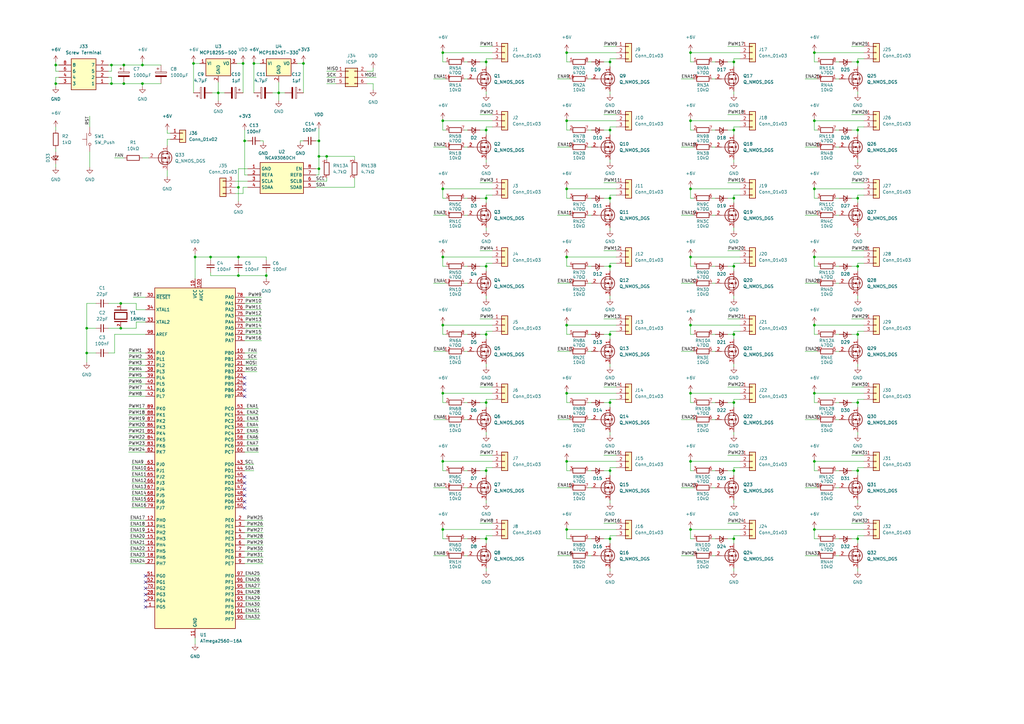
<source format=kicad_sch>
(kicad_sch (version 20230121) (generator eeschema)
  (paper "A3")
  (junction (at 250.19 81.28))
  (junction (at 334.01 161.29))
  (junction (at 351.79 25.4))
  (junction (at 300.99 81.28))
  (junction (at 181.61 77.47))
  (junction (at 199.39 25.4))
  (junction (at 250.19 25.4))
  (junction (at 334.01 105.41))
  (junction (at 232.41 133.35))
  (junction (at 351.79 165.1))
  (junction (at 250.19 109.22))
  (junction (at 334.01 21.59))
  (junction (at 49.53 124.46))
  (junction (at 100.33 57.785))
  (junction (at 250.19 193.04))
  (junction (at 133.985 64.135))
  (junction (at 283.21 133.35))
  (junction (at 334.01 217.17))
  (junction (at 283.21 161.29))
  (junction (at 283.21 217.17))
  (junction (at 283.21 77.47))
  (junction (at 334.01 49.53))
  (junction (at 351.79 81.28))
  (junction (at 114.3 38.1))
  (junction (at 283.21 21.59))
  (junction (at 351.79 109.22))
  (junction (at 351.79 193.04))
  (junction (at 45.72 34.29))
  (junction (at 89.535 38.1))
  (junction (at 300.99 220.98))
  (junction (at 300.99 109.22))
  (junction (at 181.61 21.59))
  (junction (at 104.14 26.035))
  (junction (at 283.21 189.23))
  (junction (at 250.19 137.16))
  (junction (at 232.41 161.29))
  (junction (at 199.39 109.22))
  (junction (at 22.86 34.29))
  (junction (at 232.41 77.47))
  (junction (at 232.41 189.23))
  (junction (at 181.61 189.23))
  (junction (at 181.61 49.53))
  (junction (at 22.86 26.67))
  (junction (at 199.39 220.98))
  (junction (at 58.42 26.67))
  (junction (at 97.79 105.41))
  (junction (at 232.41 105.41))
  (junction (at 199.39 193.04))
  (junction (at 109.22 113.03))
  (junction (at 199.39 81.28))
  (junction (at 50.8 34.29))
  (junction (at 300.99 165.1))
  (junction (at 181.61 105.41))
  (junction (at 351.79 53.34))
  (junction (at 97.79 76.835))
  (junction (at 351.79 220.98))
  (junction (at 97.79 113.03))
  (junction (at 334.01 189.23))
  (junction (at 199.39 165.1))
  (junction (at 130.81 64.135))
  (junction (at 300.99 193.04))
  (junction (at 124.46 26.035))
  (junction (at 300.99 53.34))
  (junction (at 232.41 217.17))
  (junction (at 86.36 105.41))
  (junction (at 58.42 34.29))
  (junction (at 334.01 77.47))
  (junction (at 130.81 57.785))
  (junction (at 300.99 137.16))
  (junction (at 283.21 49.53))
  (junction (at 199.39 53.34))
  (junction (at 181.61 133.35))
  (junction (at 45.72 26.67))
  (junction (at 181.61 161.29))
  (junction (at 35.56 134.62))
  (junction (at 50.8 26.67))
  (junction (at 80.01 105.41))
  (junction (at 250.19 220.98))
  (junction (at 232.41 21.59))
  (junction (at 181.61 217.17))
  (junction (at 351.79 137.16))
  (junction (at 35.56 144.78))
  (junction (at 334.01 133.35))
  (junction (at 130.81 69.215))
  (junction (at 99.695 26.035))
  (junction (at 232.41 49.53))
  (junction (at 199.39 137.16))
  (junction (at 250.19 165.1))
  (junction (at 49.53 134.62))
  (junction (at 300.99 25.4))
  (junction (at 250.19 53.34))
  (junction (at 283.21 105.41))
  (junction (at 79.375 26.035))
  (no_connect (at 100.33 162.56))
  (no_connect (at 100.33 203.2))
  (no_connect (at 59.69 246.38))
  (no_connect (at 100.33 200.66))
  (no_connect (at 100.33 205.74))
  (no_connect (at 100.33 160.02))
  (no_connect (at 100.33 157.48))
  (no_connect (at 100.33 208.28))
  (no_connect (at 59.69 243.84))
  (no_connect (at 59.69 238.76))
  (no_connect (at 100.33 198.12))
  (no_connect (at 59.69 236.22))
  (no_connect (at 100.33 154.94))
  (no_connect (at 100.33 195.58))
  (no_connect (at 59.69 241.3))
  (no_connect (at 59.69 248.92))
  (wire (pts (xy 44.45 34.29) (xy 45.72 34.29)))
  (wire (pts (xy 351.79 177.165) (xy 351.79 178.435)))
  (wire (pts (xy 49.53 134.62) (xy 55.88 134.62)))
  (wire (pts (xy 107.95 226.06) (xy 100.33 226.06)))
  (wire (pts (xy 196.85 158.75) (xy 201.93 158.75)))
  (wire (pts (xy 181.61 193.04) (xy 181.61 189.23)))
  (wire (pts (xy 181.61 49.53) (xy 201.93 49.53)))
  (wire (pts (xy 342.9 60.325) (xy 344.17 60.325)))
  (wire (pts (xy 354.33 24.13) (xy 351.79 24.13)))
  (wire (pts (xy 292.1 165.1) (xy 293.37 165.1)))
  (wire (pts (xy 300.99 109.22) (xy 300.99 111.125)))
  (wire (pts (xy 129.54 74.295) (xy 133.985 74.295)))
  (wire (pts (xy 284.48 81.28) (xy 283.21 81.28)))
  (wire (pts (xy 45.72 26.67) (xy 50.8 26.67)))
  (wire (pts (xy 335.28 109.22) (xy 334.01 109.22)))
  (wire (pts (xy 228.6 227.965) (xy 233.68 227.965)))
  (wire (pts (xy 335.28 81.28) (xy 334.01 81.28)))
  (wire (pts (xy 298.45 186.69) (xy 303.53 186.69)))
  (wire (pts (xy 330.2 60.325) (xy 335.28 60.325)))
  (wire (pts (xy 283.21 81.28) (xy 283.21 77.47)))
  (wire (pts (xy 283.21 53.34) (xy 283.21 49.53)))
  (wire (pts (xy 303.53 24.13) (xy 300.99 24.13)))
  (wire (pts (xy 107.315 124.46) (xy 100.33 124.46)))
  (wire (pts (xy 334.01 21.59) (xy 354.33 21.59)))
  (wire (pts (xy 181.61 216.535) (xy 181.61 217.17)))
  (wire (pts (xy 196.85 220.98) (xy 199.39 220.98)))
  (wire (pts (xy 335.28 220.98) (xy 334.01 220.98)))
  (wire (pts (xy 52.705 154.94) (xy 59.69 154.94)))
  (wire (pts (xy 354.33 52.07) (xy 351.79 52.07)))
  (wire (pts (xy 196.85 193.04) (xy 199.39 193.04)))
  (wire (pts (xy 133.985 34.29) (xy 137.795 34.29)))
  (wire (pts (xy 52.705 182.88) (xy 59.69 182.88)))
  (wire (pts (xy 104.14 26.035) (xy 104.14 38.1)))
  (wire (pts (xy 232.41 81.28) (xy 232.41 77.47)))
  (wire (pts (xy 59.69 213.36) (xy 53.34 213.36)))
  (wire (pts (xy 241.3 116.205) (xy 242.57 116.205)))
  (wire (pts (xy 181.61 161.29) (xy 201.93 161.29)))
  (wire (pts (xy 114.3 38.1) (xy 114.3 41.275)))
  (wire (pts (xy 247.65 186.69) (xy 252.73 186.69)))
  (wire (pts (xy 335.28 165.1) (xy 334.01 165.1)))
  (wire (pts (xy 199.39 233.045) (xy 199.39 234.315)))
  (wire (pts (xy 241.3 81.28) (xy 242.57 81.28)))
  (wire (pts (xy 342.9 88.265) (xy 344.17 88.265)))
  (wire (pts (xy 351.79 109.22) (xy 351.79 111.125)))
  (wire (pts (xy 232.41 188.595) (xy 232.41 189.23)))
  (wire (pts (xy 133.985 64.135) (xy 145.415 64.135)))
  (wire (pts (xy 99.695 26.035) (xy 97.155 26.035)))
  (wire (pts (xy 181.61 188.595) (xy 181.61 189.23)))
  (wire (pts (xy 284.48 165.1) (xy 283.21 165.1)))
  (wire (pts (xy 283.21 220.98) (xy 283.21 217.17)))
  (wire (pts (xy 298.45 137.16) (xy 300.99 137.16)))
  (wire (pts (xy 107.315 129.54) (xy 100.33 129.54)))
  (wire (pts (xy 55.88 134.62) (xy 55.88 132.08)))
  (wire (pts (xy 97.79 76.835) (xy 97.79 82.55)))
  (wire (pts (xy 150.495 31.75) (xy 154.305 31.75)))
  (wire (pts (xy 250.19 80.01) (xy 250.19 81.28)))
  (wire (pts (xy 349.25 165.1) (xy 351.79 165.1)))
  (wire (pts (xy 300.99 191.77) (xy 300.99 193.04)))
  (wire (pts (xy 298.45 158.75) (xy 303.53 158.75)))
  (wire (pts (xy 46.99 137.16) (xy 59.69 137.16)))
  (wire (pts (xy 199.39 65.405) (xy 199.39 66.675)))
  (wire (pts (xy 241.3 200.025) (xy 242.57 200.025)))
  (wire (pts (xy 100.33 185.42) (xy 106.045 185.42)))
  (wire (pts (xy 130.81 57.785) (xy 130.81 64.135)))
  (wire (pts (xy 330.2 116.205) (xy 335.28 116.205)))
  (wire (pts (xy 59.69 231.14) (xy 53.34 231.14)))
  (wire (pts (xy 232.41 220.98) (xy 232.41 217.17)))
  (wire (pts (xy 335.28 25.4) (xy 334.01 25.4)))
  (wire (pts (xy 298.45 81.28) (xy 300.99 81.28)))
  (wire (pts (xy 201.93 191.77) (xy 199.39 191.77)))
  (wire (pts (xy 303.53 219.71) (xy 300.99 219.71)))
  (wire (pts (xy 181.61 109.22) (xy 181.61 105.41)))
  (wire (pts (xy 252.73 135.89) (xy 250.19 135.89)))
  (wire (pts (xy 300.99 121.285) (xy 300.99 122.555)))
  (wire (pts (xy 283.21 165.1) (xy 283.21 161.29)))
  (wire (pts (xy 36.83 47.625) (xy 36.83 52.07)))
  (wire (pts (xy 44.45 26.67) (xy 45.72 26.67)))
  (wire (pts (xy 199.39 220.98) (xy 199.39 222.885)))
  (wire (pts (xy 50.8 26.67) (xy 58.42 26.67)))
  (wire (pts (xy 284.48 193.04) (xy 283.21 193.04)))
  (wire (pts (xy 196.85 25.4) (xy 199.39 25.4)))
  (wire (pts (xy 59.69 198.12) (xy 53.975 198.12)))
  (wire (pts (xy 300.99 80.01) (xy 300.99 81.28)))
  (wire (pts (xy 349.25 158.75) (xy 354.33 158.75)))
  (wire (pts (xy 252.73 191.77) (xy 250.19 191.77)))
  (wire (pts (xy 283.21 161.29) (xy 303.53 161.29)))
  (wire (pts (xy 52.705 177.8) (xy 59.69 177.8)))
  (wire (pts (xy 292.1 109.22) (xy 293.37 109.22)))
  (wire (pts (xy 54.61 121.92) (xy 59.69 121.92)))
  (wire (pts (xy 292.1 200.025) (xy 293.37 200.025)))
  (wire (pts (xy 181.61 133.35) (xy 201.93 133.35)))
  (wire (pts (xy 228.6 60.325) (xy 233.68 60.325)))
  (wire (pts (xy 201.93 107.95) (xy 199.39 107.95)))
  (wire (pts (xy 283.21 217.17) (xy 303.53 217.17)))
  (wire (pts (xy 153.035 29.21) (xy 153.035 27.94)))
  (wire (pts (xy 298.45 25.4) (xy 300.99 25.4)))
  (wire (pts (xy 349.25 53.34) (xy 351.79 53.34)))
  (wire (pts (xy 330.2 172.085) (xy 335.28 172.085)))
  (wire (pts (xy 89.535 38.1) (xy 92.075 38.1)))
  (wire (pts (xy 250.19 25.4) (xy 250.19 27.305)))
  (wire (pts (xy 241.3 220.98) (xy 242.57 220.98)))
  (wire (pts (xy 232.41 48.895) (xy 232.41 49.53)))
  (wire (pts (xy 298.45 46.99) (xy 303.53 46.99)))
  (wire (pts (xy 300.99 220.98) (xy 300.99 222.885)))
  (wire (pts (xy 199.39 193.04) (xy 199.39 194.945)))
  (wire (pts (xy 351.79 37.465) (xy 351.79 38.735)))
  (wire (pts (xy 123.19 58.42) (xy 123.19 57.785)))
  (wire (pts (xy 22.86 67.31) (xy 22.86 68.58)))
  (wire (pts (xy 199.39 163.83) (xy 199.39 165.1)))
  (wire (pts (xy 100.33 248.92) (xy 106.68 248.92)))
  (wire (pts (xy 247.65 165.1) (xy 250.19 165.1)))
  (wire (pts (xy 177.8 116.205) (xy 182.88 116.205)))
  (wire (pts (xy 181.61 25.4) (xy 181.61 21.59)))
  (wire (pts (xy 190.5 165.1) (xy 191.77 165.1)))
  (wire (pts (xy 284.48 137.16) (xy 283.21 137.16)))
  (wire (pts (xy 153.035 34.29) (xy 153.035 36.83)))
  (wire (pts (xy 107.315 137.16) (xy 100.33 137.16)))
  (wire (pts (xy 190.5 227.965) (xy 191.77 227.965)))
  (wire (pts (xy 196.85 74.93) (xy 201.93 74.93)))
  (wire (pts (xy 58.42 26.67) (xy 66.04 26.67)))
  (wire (pts (xy 100.33 71.755) (xy 101.6 71.755)))
  (wire (pts (xy 330.2 32.385) (xy 335.28 32.385)))
  (wire (pts (xy 199.39 149.225) (xy 199.39 150.495)))
  (wire (pts (xy 181.61 48.895) (xy 181.61 49.53)))
  (wire (pts (xy 52.705 157.48) (xy 59.69 157.48)))
  (wire (pts (xy 330.2 200.025) (xy 335.28 200.025)))
  (wire (pts (xy 59.69 228.6) (xy 53.34 228.6)))
  (wire (pts (xy 232.41 49.53) (xy 252.73 49.53)))
  (wire (pts (xy 228.6 144.145) (xy 233.68 144.145)))
  (wire (pts (xy 201.93 52.07) (xy 199.39 52.07)))
  (wire (pts (xy 232.41 133.35) (xy 252.73 133.35)))
  (wire (pts (xy 182.88 220.98) (xy 181.61 220.98)))
  (wire (pts (xy 124.46 26.035) (xy 124.46 38.1)))
  (wire (pts (xy 107.95 220.98) (xy 100.33 220.98)))
  (wire (pts (xy 303.53 107.95) (xy 300.99 107.95)))
  (wire (pts (xy 250.19 81.28) (xy 250.19 83.185)))
  (wire (pts (xy 199.39 24.13) (xy 199.39 25.4)))
  (wire (pts (xy 330.2 144.145) (xy 335.28 144.145)))
  (wire (pts (xy 247.65 81.28) (xy 250.19 81.28)))
  (wire (pts (xy 59.69 208.28) (xy 53.975 208.28)))
  (wire (pts (xy 334.01 104.775) (xy 334.01 105.41)))
  (wire (pts (xy 199.39 52.07) (xy 199.39 53.34)))
  (wire (pts (xy 201.93 80.01) (xy 199.39 80.01)))
  (wire (pts (xy 52.705 172.72) (xy 59.69 172.72)))
  (wire (pts (xy 334.01 189.23) (xy 354.33 189.23)))
  (wire (pts (xy 182.88 109.22) (xy 181.61 109.22)))
  (wire (pts (xy 300.99 53.34) (xy 300.99 55.245)))
  (wire (pts (xy 283.21 77.47) (xy 303.53 77.47)))
  (wire (pts (xy 49.53 124.46) (xy 55.88 124.46)))
  (wire (pts (xy 349.25 102.87) (xy 354.33 102.87)))
  (wire (pts (xy 228.6 116.205) (xy 233.68 116.205)))
  (wire (pts (xy 300.99 149.225) (xy 300.99 150.495)))
  (wire (pts (xy 59.69 205.74) (xy 53.975 205.74)))
  (wire (pts (xy 250.19 233.045) (xy 250.19 234.315)))
  (wire (pts (xy 181.61 104.775) (xy 181.61 105.41)))
  (wire (pts (xy 232.41 160.655) (xy 232.41 161.29)))
  (wire (pts (xy 100.33 177.8) (xy 106.045 177.8)))
  (wire (pts (xy 279.4 32.385) (xy 284.48 32.385)))
  (wire (pts (xy 232.41 25.4) (xy 232.41 21.59)))
  (wire (pts (xy 100.33 170.18) (xy 106.045 170.18)))
  (wire (pts (xy 250.19 24.13) (xy 250.19 25.4)))
  (wire (pts (xy 300.99 205.105) (xy 300.99 206.375)))
  (wire (pts (xy 232.41 77.47) (xy 252.73 77.47)))
  (wire (pts (xy 250.19 177.165) (xy 250.19 178.435)))
  (wire (pts (xy 232.41 132.715) (xy 232.41 133.35)))
  (wire (pts (xy 182.88 25.4) (xy 181.61 25.4)))
  (wire (pts (xy 354.33 135.89) (xy 351.79 135.89)))
  (wire (pts (xy 247.65 46.99) (xy 252.73 46.99)))
  (wire (pts (xy 44.45 134.62) (xy 49.53 134.62)))
  (wire (pts (xy 349.25 220.98) (xy 351.79 220.98)))
  (wire (pts (xy 35.56 134.62) (xy 39.37 134.62)))
  (wire (pts (xy 342.9 53.34) (xy 344.17 53.34)))
  (wire (pts (xy 199.39 93.345) (xy 199.39 94.615)))
  (wire (pts (xy 55.88 127) (xy 59.69 127)))
  (wire (pts (xy 100.33 152.4) (xy 105.41 152.4)))
  (wire (pts (xy 351.79 53.34) (xy 351.79 55.245)))
  (wire (pts (xy 181.61 220.98) (xy 181.61 217.17)))
  (wire (pts (xy 247.65 53.34) (xy 250.19 53.34)))
  (wire (pts (xy 68.58 53.34) (xy 68.58 54.61)))
  (wire (pts (xy 349.25 74.93) (xy 354.33 74.93)))
  (wire (pts (xy 252.73 80.01) (xy 250.19 80.01)))
  (wire (pts (xy 283.21 76.835) (xy 283.21 77.47)))
  (wire (pts (xy 107.315 127) (xy 100.33 127)))
  (wire (pts (xy 109.22 113.03) (xy 109.22 111.76)))
  (wire (pts (xy 199.39 137.16) (xy 199.39 139.065)))
  (wire (pts (xy 190.5 193.04) (xy 191.77 193.04)))
  (wire (pts (xy 342.9 81.28) (xy 344.17 81.28)))
  (wire (pts (xy 68.58 57.15) (xy 68.58 59.69)))
  (wire (pts (xy 97.79 76.835) (xy 97.79 69.215)))
  (wire (pts (xy 283.21 189.23) (xy 303.53 189.23)))
  (wire (pts (xy 279.4 200.025) (xy 284.48 200.025)))
  (wire (pts (xy 97.79 105.41) (xy 97.79 106.68)))
  (wire (pts (xy 342.9 220.98) (xy 344.17 220.98)))
  (wire (pts (xy 252.73 163.83) (xy 250.19 163.83)))
  (wire (pts (xy 130.81 71.755) (xy 129.54 71.755)))
  (wire (pts (xy 250.19 121.285) (xy 250.19 122.555)))
  (wire (pts (xy 59.69 193.04) (xy 53.975 193.04)))
  (wire (pts (xy 351.79 219.71) (xy 351.79 220.98)))
  (wire (pts (xy 233.68 220.98) (xy 232.41 220.98)))
  (wire (pts (xy 292.1 227.965) (xy 293.37 227.965)))
  (wire (pts (xy 181.61 105.41) (xy 201.93 105.41)))
  (wire (pts (xy 279.4 88.265) (xy 284.48 88.265)))
  (wire (pts (xy 335.28 53.34) (xy 334.01 53.34)))
  (wire (pts (xy 24.13 29.21) (xy 22.86 29.21)))
  (wire (pts (xy 190.5 81.28) (xy 191.77 81.28)))
  (wire (pts (xy 250.19 191.77) (xy 250.19 193.04)))
  (wire (pts (xy 100.33 167.64) (xy 106.045 167.64)))
  (wire (pts (xy 298.45 19.05) (xy 303.53 19.05)))
  (wire (pts (xy 349.25 19.05) (xy 354.33 19.05)))
  (wire (pts (xy 250.19 52.07) (xy 250.19 53.34)))
  (wire (pts (xy 342.9 172.085) (xy 344.17 172.085)))
  (wire (pts (xy 233.68 81.28) (xy 232.41 81.28)))
  (wire (pts (xy 300.99 107.95) (xy 300.99 109.22)))
  (wire (pts (xy 100.33 238.76) (xy 106.68 238.76)))
  (wire (pts (xy 349.25 109.22) (xy 351.79 109.22)))
  (wire (pts (xy 106.68 57.785) (xy 107.95 57.785)))
  (wire (pts (xy 35.56 124.46) (xy 35.56 134.62)))
  (wire (pts (xy 58.42 34.29) (xy 66.04 34.29)))
  (wire (pts (xy 201.93 24.13) (xy 199.39 24.13)))
  (wire (pts (xy 292.1 25.4) (xy 293.37 25.4)))
  (wire (pts (xy 199.39 53.34) (xy 199.39 55.245)))
  (wire (pts (xy 129.54 76.835) (xy 145.415 76.835)))
  (wire (pts (xy 145.415 64.135) (xy 145.415 65.405)))
  (wire (pts (xy 129.54 69.215) (xy 130.81 69.215)))
  (wire (pts (xy 349.25 130.81) (xy 354.33 130.81)))
  (wire (pts (xy 182.88 137.16) (xy 181.61 137.16)))
  (wire (pts (xy 107.95 57.785) (xy 107.95 58.42)))
  (wire (pts (xy 351.79 52.07) (xy 351.79 53.34)))
  (wire (pts (xy 300.99 219.71) (xy 300.99 220.98)))
  (wire (pts (xy 250.19 109.22) (xy 250.19 111.125)))
  (wire (pts (xy 250.19 149.225) (xy 250.19 150.495)))
  (wire (pts (xy 292.1 88.265) (xy 293.37 88.265)))
  (wire (pts (xy 250.19 93.345) (xy 250.19 94.615)))
  (wire (pts (xy 303.53 135.89) (xy 300.99 135.89)))
  (wire (pts (xy 335.28 193.04) (xy 334.01 193.04)))
  (wire (pts (xy 233.68 25.4) (xy 232.41 25.4)))
  (wire (pts (xy 342.9 32.385) (xy 344.17 32.385)))
  (wire (pts (xy 241.3 60.325) (xy 242.57 60.325)))
  (wire (pts (xy 44.45 31.75) (xy 45.72 31.75)))
  (wire (pts (xy 100.33 172.72) (xy 106.045 172.72)))
  (wire (pts (xy 89.535 33.655) (xy 89.535 38.1)))
  (wire (pts (xy 283.21 132.715) (xy 283.21 133.35)))
  (wire (pts (xy 181.61 76.835) (xy 181.61 77.47)))
  (wire (pts (xy 114.3 33.655) (xy 114.3 38.1)))
  (wire (pts (xy 35.56 134.62) (xy 35.56 144.78)))
  (wire (pts (xy 300.99 137.16) (xy 300.99 139.065)))
  (wire (pts (xy 232.41 104.775) (xy 232.41 105.41)))
  (wire (pts (xy 59.69 218.44) (xy 53.34 218.44)))
  (wire (pts (xy 199.39 81.28) (xy 199.39 83.185)))
  (wire (pts (xy 45.72 26.67) (xy 45.72 29.21)))
  (wire (pts (xy 298.45 53.34) (xy 300.99 53.34)))
  (wire (pts (xy 190.5 137.16) (xy 191.77 137.16)))
  (wire (pts (xy 35.56 144.78) (xy 35.56 148.59)))
  (wire (pts (xy 196.85 137.16) (xy 199.39 137.16)))
  (wire (pts (xy 190.5 25.4) (xy 191.77 25.4)))
  (wire (pts (xy 334.01 48.895) (xy 334.01 49.53)))
  (wire (pts (xy 86.36 111.76) (xy 86.36 113.03)))
  (wire (pts (xy 334.01 160.655) (xy 334.01 161.29)))
  (wire (pts (xy 303.53 163.83) (xy 300.99 163.83)))
  (wire (pts (xy 279.4 172.085) (xy 284.48 172.085)))
  (wire (pts (xy 99.695 26.035) (xy 99.695 38.1)))
  (wire (pts (xy 250.19 137.16) (xy 250.19 139.065)))
  (wire (pts (xy 190.5 88.265) (xy 191.77 88.265)))
  (wire (pts (xy 241.3 53.34) (xy 242.57 53.34)))
  (wire (pts (xy 100.33 53.34) (xy 100.33 57.785)))
  (wire (pts (xy 97.79 105.41) (xy 109.22 105.41)))
  (wire (pts (xy 114.3 38.1) (xy 116.84 38.1)))
  (wire (pts (xy 80.01 105.41) (xy 80.01 114.3)))
  (wire (pts (xy 50.8 34.29) (xy 58.42 34.29)))
  (wire (pts (xy 177.8 32.385) (xy 182.88 32.385)))
  (wire (pts (xy 250.19 165.1) (xy 250.19 167.005)))
  (wire (pts (xy 232.41 20.955) (xy 232.41 21.59)))
  (wire (pts (xy 196.85 19.05) (xy 201.93 19.05)))
  (wire (pts (xy 107.315 139.7) (xy 100.33 139.7)))
  (wire (pts (xy 181.61 189.23) (xy 201.93 189.23)))
  (wire (pts (xy 250.19 65.405) (xy 250.19 66.675)))
  (wire (pts (xy 279.4 60.325) (xy 284.48 60.325)))
  (wire (pts (xy 232.41 189.23) (xy 252.73 189.23)))
  (wire (pts (xy 342.9 193.04) (xy 344.17 193.04)))
  (wire (pts (xy 46.99 64.77) (xy 50.8 64.77)))
  (wire (pts (xy 351.79 205.105) (xy 351.79 206.375)))
  (wire (pts (xy 107.95 231.14) (xy 100.33 231.14)))
  (wire (pts (xy 52.705 149.86) (xy 59.69 149.86)))
  (wire (pts (xy 52.705 152.4) (xy 59.69 152.4)))
  (wire (pts (xy 196.85 102.87) (xy 201.93 102.87)))
  (wire (pts (xy 298.45 214.63) (xy 303.53 214.63)))
  (wire (pts (xy 349.25 25.4) (xy 351.79 25.4)))
  (wire (pts (xy 283.21 105.41) (xy 303.53 105.41)))
  (wire (pts (xy 247.65 19.05) (xy 252.73 19.05)))
  (wire (pts (xy 109.22 113.03) (xy 109.22 114.3)))
  (wire (pts (xy 68.58 69.85) (xy 68.58 72.39)))
  (wire (pts (xy 199.39 135.89) (xy 199.39 137.16)))
  (wire (pts (xy 150.495 29.21) (xy 153.035 29.21)))
  (wire (pts (xy 59.69 190.5) (xy 53.975 190.5)))
  (wire (pts (xy 351.79 24.13) (xy 351.79 25.4)))
  (wire (pts (xy 233.68 193.04) (xy 232.41 193.04)))
  (wire (pts (xy 89.535 38.1) (xy 89.535 41.275)))
  (wire (pts (xy 283.21 25.4) (xy 283.21 21.59)))
  (wire (pts (xy 80.01 261.62) (xy 80.01 264.16)))
  (wire (pts (xy 52.705 160.02) (xy 59.69 160.02)))
  (wire (pts (xy 52.705 175.26) (xy 59.69 175.26)))
  (wire (pts (xy 250.19 205.105) (xy 250.19 206.375)))
  (wire (pts (xy 79.375 26.035) (xy 81.915 26.035)))
  (wire (pts (xy 351.79 121.285) (xy 351.79 122.555)))
  (wire (pts (xy 334.01 25.4) (xy 334.01 21.59)))
  (wire (pts (xy 196.85 214.63) (xy 201.93 214.63)))
  (wire (pts (xy 335.28 137.16) (xy 334.01 137.16)))
  (wire (pts (xy 35.56 144.78) (xy 39.37 144.78)))
  (wire (pts (xy 247.65 220.98) (xy 250.19 220.98)))
  (wire (pts (xy 107.95 223.52) (xy 100.33 223.52)))
  (wire (pts (xy 36.83 62.23) (xy 36.83 68.58)))
  (wire (pts (xy 298.45 102.87) (xy 303.53 102.87)))
  (wire (pts (xy 228.6 32.385) (xy 233.68 32.385)))
  (wire (pts (xy 233.68 137.16) (xy 232.41 137.16)))
  (wire (pts (xy 181.61 165.1) (xy 181.61 161.29)))
  (wire (pts (xy 349.25 193.04) (xy 351.79 193.04)))
  (wire (pts (xy 107.95 215.9) (xy 100.33 215.9)))
  (wire (pts (xy 107.315 132.08) (xy 100.33 132.08)))
  (wire (pts (xy 354.33 191.77) (xy 351.79 191.77)))
  (wire (pts (xy 351.79 233.045) (xy 351.79 234.315)))
  (wire (pts (xy 300.99 165.1) (xy 300.99 167.005)))
  (wire (pts (xy 133.985 29.21) (xy 137.795 29.21)))
  (wire (pts (xy 292.1 53.34) (xy 293.37 53.34)))
  (wire (pts (xy 100.33 254) (xy 106.68 254)))
  (wire (pts (xy 107.95 218.44) (xy 100.33 218.44)))
  (wire (pts (xy 182.88 165.1) (xy 181.61 165.1)))
  (wire (pts (xy 232.41 217.17) (xy 252.73 217.17)))
  (wire (pts (xy 351.79 107.95) (xy 351.79 109.22)))
  (wire (pts (xy 334.01 217.17) (xy 354.33 217.17)))
  (wire (pts (xy 283.21 49.53) (xy 303.53 49.53)))
  (wire (pts (xy 181.61 21.59) (xy 201.93 21.59)))
  (wire (pts (xy 129.54 57.785) (xy 130.81 57.785)))
  (wire (pts (xy 300.99 93.345) (xy 300.99 94.615)))
  (wire (pts (xy 250.19 163.83) (xy 250.19 165.1)))
  (wire (pts (xy 86.36 105.41) (xy 97.79 105.41)))
  (wire (pts (xy 241.3 137.16) (xy 242.57 137.16)))
  (wire (pts (xy 247.65 158.75) (xy 252.73 158.75)))
  (wire (pts (xy 99.695 79.375) (xy 99.695 76.835)))
  (wire (pts (xy 300.99 81.28) (xy 300.99 83.185)))
  (wire (pts (xy 100.33 180.34) (xy 106.045 180.34)))
  (wire (pts (xy 190.5 32.385) (xy 191.77 32.385)))
  (wire (pts (xy 59.69 215.9) (xy 53.34 215.9)))
  (wire (pts (xy 292.1 137.16) (xy 293.37 137.16)))
  (wire (pts (xy 59.69 203.2) (xy 53.975 203.2)))
  (wire (pts (xy 52.705 170.18) (xy 59.69 170.18)))
  (wire (pts (xy 334.01 49.53) (xy 354.33 49.53)))
  (wire (pts (xy 284.48 53.34) (xy 283.21 53.34)))
  (wire (pts (xy 283.21 160.655) (xy 283.21 161.29)))
  (wire (pts (xy 69.85 57.15) (xy 68.58 57.15)))
  (wire (pts (xy 283.21 216.535) (xy 283.21 217.17)))
  (wire (pts (xy 250.19 219.71) (xy 250.19 220.98)))
  (wire (pts (xy 22.86 60.96) (xy 22.86 62.23)))
  (wire (pts (xy 334.01 109.22) (xy 334.01 105.41)))
  (wire (pts (xy 330.2 227.965) (xy 335.28 227.965)))
  (wire (pts (xy 241.3 88.265) (xy 242.57 88.265)))
  (wire (pts (xy 199.39 177.165) (xy 199.39 178.435)))
  (wire (pts (xy 68.58 54.61) (xy 69.85 54.61)))
  (wire (pts (xy 190.5 200.025) (xy 191.77 200.025)))
  (wire (pts (xy 241.3 109.22) (xy 242.57 109.22)))
  (wire (pts (xy 233.68 165.1) (xy 232.41 165.1)))
  (wire (pts (xy 292.1 172.085) (xy 293.37 172.085)))
  (wire (pts (xy 334.01 165.1) (xy 334.01 161.29)))
  (wire (pts (xy 190.5 144.145) (xy 191.77 144.145)))
  (wire (pts (xy 97.79 113.03) (xy 109.22 113.03)))
  (wire (pts (xy 45.72 29.21) (xy 44.45 29.21)))
  (wire (pts (xy 334.01 137.16) (xy 334.01 133.35)))
  (wire (pts (xy 107.95 228.6) (xy 100.33 228.6)))
  (wire (pts (xy 292.1 220.98) (xy 293.37 220.98)))
  (wire (pts (xy 283.21 109.22) (xy 283.21 105.41)))
  (wire (pts (xy 80.01 105.41) (xy 86.36 105.41)))
  (wire (pts (xy 133.985 31.75) (xy 137.795 31.75)))
  (wire (pts (xy 196.85 81.28) (xy 199.39 81.28)))
  (wire (pts (xy 334.01 133.35) (xy 354.33 133.35)))
  (wire (pts (xy 52.705 185.42) (xy 59.69 185.42)))
  (wire (pts (xy 283.21 21.59) (xy 303.53 21.59)))
  (wire (pts (xy 292.1 32.385) (xy 293.37 32.385)))
  (wire (pts (xy 247.65 102.87) (xy 252.73 102.87)))
  (wire (pts (xy 96.52 76.835) (xy 97.79 76.835)))
  (wire (pts (xy 351.79 193.04) (xy 351.79 194.945)))
  (wire (pts (xy 354.33 107.95) (xy 351.79 107.95)))
  (wire (pts (xy 100.33 190.5) (xy 104.14 190.5)))
  (wire (pts (xy 46.99 144.78) (xy 46.99 137.16)))
  (wire (pts (xy 300.99 37.465) (xy 300.99 38.735)))
  (wire (pts (xy 247.65 25.4) (xy 250.19 25.4)))
  (wire (pts (xy 292.1 60.325) (xy 293.37 60.325)))
  (wire (pts (xy 334.01 20.955) (xy 334.01 21.59)))
  (wire (pts (xy 97.79 69.215) (xy 101.6 69.215)))
  (wire (pts (xy 22.86 26.67) (xy 24.13 26.67)))
  (wire (pts (xy 349.25 46.99) (xy 354.33 46.99)))
  (wire (pts (xy 130.81 52.705) (xy 130.81 57.785)))
  (wire (pts (xy 58.42 25.4) (xy 58.42 26.67)))
  (wire (pts (xy 177.8 200.025) (xy 182.88 200.025)))
  (wire (pts (xy 351.79 220.98) (xy 351.79 222.885)))
  (wire (pts (xy 232.41 109.22) (xy 232.41 105.41)))
  (wire (pts (xy 241.3 144.145) (xy 242.57 144.145)))
  (wire (pts (xy 59.69 195.58) (xy 53.975 195.58)))
  (wire (pts (xy 59.69 223.52) (xy 53.34 223.52)))
  (wire (pts (xy 80.01 104.14) (xy 80.01 105.41)))
  (wire (pts (xy 342.9 144.145) (xy 344.17 144.145)))
  (wire (pts (xy 199.39 191.77) (xy 199.39 193.04)))
  (wire (pts (xy 124.46 26.035) (xy 121.92 26.035)))
  (wire (pts (xy 100.33 193.04) (xy 104.14 193.04)))
  (wire (pts (xy 279.4 144.145) (xy 284.48 144.145)))
  (wire (pts (xy 252.73 52.07) (xy 250.19 52.07)))
  (wire (pts (xy 247.65 137.16) (xy 250.19 137.16)))
  (wire (pts (xy 233.68 53.34) (xy 232.41 53.34)))
  (wire (pts (xy 58.42 34.29) (xy 58.42 35.56)))
  (wire (pts (xy 330.2 88.265) (xy 335.28 88.265)))
  (wire (pts (xy 292.1 116.205) (xy 293.37 116.205)))
  (wire (pts (xy 349.25 186.69) (xy 354.33 186.69)))
  (wire (pts (xy 334.01 53.34) (xy 334.01 49.53)))
  (wire (pts (xy 199.39 165.1) (xy 199.39 167.005)))
  (wire (pts (xy 177.8 227.965) (xy 182.88 227.965)))
  (wire (pts (xy 252.73 107.95) (xy 250.19 107.95)))
  (wire (pts (xy 44.45 124.46) (xy 49.53 124.46)))
  (wire (pts (xy 300.99 163.83) (xy 300.99 165.1)))
  (wire (pts (xy 201.93 219.71) (xy 199.39 219.71)))
  (wire (pts (xy 100.33 182.88) (xy 106.045 182.88)))
  (wire (pts (xy 232.41 137.16) (xy 232.41 133.35)))
  (wire (pts (xy 58.42 64.77) (xy 60.96 64.77)))
  (wire (pts (xy 181.61 77.47) (xy 201.93 77.47)))
  (wire (pts (xy 351.79 165.1) (xy 351.79 167.005)))
  (wire (pts (xy 300.99 65.405) (xy 300.99 66.675)))
  (wire (pts (xy 300.99 177.165) (xy 300.99 178.435)))
  (wire (pts (xy 298.45 220.98) (xy 300.99 220.98)))
  (wire (pts (xy 123.19 57.785) (xy 124.46 57.785)))
  (wire (pts (xy 250.19 53.34) (xy 250.19 55.245)))
  (wire (pts (xy 298.45 130.81) (xy 303.53 130.81)))
  (wire (pts (xy 354.33 219.71) (xy 351.79 219.71)))
  (wire (pts (xy 39.37 124.46) (xy 35.56 124.46)))
  (wire (pts (xy 181.61 81.28) (xy 181.61 77.47)))
  (wire (pts (xy 100.33 246.38) (xy 106.68 246.38)))
  (wire (pts (xy 190.5 220.98) (xy 191.77 220.98)))
  (wire (pts (xy 199.39 107.95) (xy 199.39 109.22)))
  (wire (pts (xy 96.52 79.375) (xy 99.695 79.375)))
  (wire (pts (xy 100.33 236.22) (xy 106.68 236.22)))
  (wire (pts (xy 133.985 64.135) (xy 130.81 64.135)))
  (wire (pts (xy 177.8 172.085) (xy 182.88 172.085)))
  (wire (pts (xy 250.19 107.95) (xy 250.19 109.22)))
  (wire (pts (xy 228.6 88.265) (xy 233.68 88.265)))
  (wire (pts (xy 133.985 65.405) (xy 133.985 64.135)))
  (wire (pts (xy 145.415 76.835) (xy 145.415 73.025)))
  (wire (pts (xy 232.41 21.59) (xy 252.73 21.59)))
  (wire (pts (xy 59.69 226.06) (xy 53.34 226.06)))
  (wire (pts (xy 100.33 241.3) (xy 106.68 241.3)))
  (wire (pts (xy 96.52 74.295) (xy 101.6 74.295)))
  (wire (pts (xy 247.65 193.04) (xy 250.19 193.04)))
  (wire (pts (xy 351.79 80.01) (xy 351.79 81.28)))
  (wire (pts (xy 298.45 74.93) (xy 303.53 74.93)))
  (wire (pts (xy 130.81 64.135) (xy 130.81 69.215)))
  (wire (pts (xy 232.41 161.29) (xy 252.73 161.29)))
  (wire (pts (xy 52.705 147.32) (xy 59.69 147.32)))
  (wire (pts (xy 250.19 220.98) (xy 250.19 222.885)))
  (wire (pts (xy 107.315 134.62) (xy 100.33 134.62)))
  (wire (pts (xy 300.99 193.04) (xy 300.99 194.945)))
  (wire (pts (xy 199.39 121.285) (xy 199.39 122.555)))
  (wire (pts (xy 351.79 135.89) (xy 351.79 137.16)))
  (wire (pts (xy 190.5 116.205) (xy 191.77 116.205)))
  (wire (pts (xy 250.19 193.04) (xy 250.19 194.945)))
  (wire (pts (xy 252.73 24.13) (xy 250.19 24.13)))
  (wire (pts (xy 79.375 26.035) (xy 79.375 38.1)))
  (wire (pts (xy 334.01 81.28) (xy 334.01 77.47)))
  (wire (pts (xy 351.79 25.4) (xy 351.79 27.305)))
  (wire (pts (xy 196.85 186.69) (xy 201.93 186.69)))
  (wire (pts (xy 97.79 113.03) (xy 97.79 111.76)))
  (wire (pts (xy 52.705 167.64) (xy 59.69 167.64)))
  (wire (pts (xy 232.41 105.41) (xy 252.73 105.41)))
  (wire (pts (xy 196.85 130.81) (xy 201.93 130.81)))
  (wire (pts (xy 86.995 38.1) (xy 89.535 38.1)))
  (wire (pts (xy 283.21 20.955) (xy 283.21 21.59)))
  (wire (pts (xy 300.99 24.13) (xy 300.99 25.4)))
  (wire (pts (xy 279.4 116.205) (xy 284.48 116.205)))
  (wire (pts (xy 190.5 172.085) (xy 191.77 172.085)))
  (wire (pts (xy 284.48 25.4) (xy 283.21 25.4)))
  (wire (pts (xy 292.1 81.28) (xy 293.37 81.28)))
  (wire (pts (xy 342.9 25.4) (xy 344.17 25.4)))
  (wire (pts (xy 59.69 220.98) (xy 53.34 220.98)))
  (wire (pts (xy 232.41 165.1) (xy 232.41 161.29)))
  (wire (pts (xy 107.315 121.92) (xy 100.33 121.92)))
  (wire (pts (xy 232.41 76.835) (xy 232.41 77.47)))
  (wire (pts (xy 334.01 77.47) (xy 354.33 77.47)))
  (wire (pts (xy 86.36 113.03) (xy 97.79 113.03)))
  (wire (pts (xy 283.21 133.35) (xy 303.53 133.35)))
  (wire (pts (xy 130.81 69.215) (xy 130.81 71.755)))
  (wire (pts (xy 181.61 20.955) (xy 181.61 21.59)))
  (wire (pts (xy 342.9 109.22) (xy 344.17 109.22)))
  (wire (pts (xy 334.01 188.595) (xy 334.01 189.23)))
  (wire (pts (xy 342.9 116.205) (xy 344.17 116.205)))
  (wire (pts (xy 100.33 149.86) (xy 105.41 149.86)))
  (wire (pts (xy 241.3 25.4) (xy 242.57 25.4)))
  (wire (pts (xy 351.79 191.77) (xy 351.79 193.04)))
  (wire (pts (xy 44.45 144.78) (xy 46.99 144.78)))
  (wire (pts (xy 111.76 38.1) (xy 114.3 38.1)))
  (wire (pts (xy 247.65 214.63) (xy 252.73 214.63)))
  (wire (pts (xy 199.39 80.01) (xy 199.39 81.28)))
  (wire (pts (xy 342.9 200.025) (xy 344.17 200.025)))
  (wire (pts (xy 334.01 220.98) (xy 334.01 217.17)))
  (wire (pts (xy 45.72 34.29) (xy 50.8 34.29)))
  (wire (pts (xy 190.5 109.22) (xy 191.77 109.22)))
  (wire (pts (xy 199.39 25.4) (xy 199.39 27.305)))
  (wire (pts (xy 107.95 213.36) (xy 100.33 213.36)))
  (wire (pts (xy 100.33 57.785) (xy 101.6 57.785)))
  (wire (pts (xy 24.13 31.75) (xy 22.86 31.75)))
  (wire (pts (xy 22.86 26.67) (xy 22.86 25.4)))
  (wire (pts (xy 124.46 25.4) (xy 124.46 26.035)))
  (wire (pts (xy 283.21 48.895) (xy 283.21 49.53)))
  (wire (pts (xy 342.9 165.1) (xy 344.17 165.1)))
  (wire (pts (xy 99.695 25.4) (xy 99.695 26.035)))
  (wire (pts (xy 349.25 214.63) (xy 354.33 214.63)))
  (wire (pts (xy 241.3 193.04) (xy 242.57 193.04)))
  (wire (pts (xy 133.985 74.295) (xy 133.985 73.025)))
  (wire (pts (xy 334.01 193.04) (xy 334.01 189.23)))
  (wire (pts (xy 100.33 243.84) (xy 106.68 243.84)))
  (wire (pts (xy 196.85 53.34) (xy 199.39 53.34)))
  (wire (pts (xy 300.99 135.89) (xy 300.99 137.16)))
  (wire (pts (xy 182.88 193.04) (xy 181.61 193.04)))
  (wire (pts (xy 228.6 172.085) (xy 233.68 172.085)))
  (wire (pts (xy 241.3 227.965) (xy 242.57 227.965)))
  (wire (pts (xy 283.21 188.595) (xy 283.21 189.23)))
  (wire (pts (xy 300.99 52.07) (xy 300.99 53.34)))
  (wire (pts (xy 342.9 137.16) (xy 344.17 137.16)))
  (wire (pts (xy 349.25 81.28) (xy 351.79 81.28)))
  (wire (pts (xy 334.01 105.41) (xy 354.33 105.41)))
  (wire (pts (xy 351.79 163.83) (xy 351.79 165.1)))
  (wire (pts (xy 22.86 52.07) (xy 22.86 53.34)))
  (wire (pts (xy 177.8 144.145) (xy 182.88 144.145)))
  (wire (pts (xy 300.99 233.045) (xy 300.99 234.315)))
  (wire (pts (xy 334.01 216.535) (xy 334.01 217.17)))
  (wire (pts (xy 241.3 32.385) (xy 242.57 32.385)))
  (wire (pts (xy 59.69 200.66) (xy 53.975 200.66)))
  (wire (pts (xy 298.45 193.04) (xy 300.99 193.04)))
  (wire (pts (xy 354.33 80.01) (xy 351.79 80.01)))
  (wire (pts (xy 298.45 109.22) (xy 300.99 109.22)))
  (wire (pts (xy 232.41 193.04) (xy 232.41 189.23)))
  (wire (pts (xy 351.79 81.28) (xy 351.79 83.185)))
  (wire (pts (xy 100.33 175.26) (xy 106.045 175.26)))
  (wire (pts (xy 300.99 25.4) (xy 300.99 27.305)))
  (wire (pts (xy 104.14 25.4) (xy 104.14 26.035)))
  (wire (pts (xy 181.61 137.16) (xy 181.61 133.35)))
  (wire (pts (xy 181.61 53.34) (xy 182.88 53.34)))
  (wire (pts (xy 298.45 165.1) (xy 300.99 165.1)))
  (wire (pts (xy 52.705 162.56) (xy 59.69 162.56)))
  (wire (pts (xy 190.5 53.34) (xy 191.77 53.34)))
  (wire (pts (xy 196.85 109.22) (xy 199.39 109.22)))
  (wire (pts (xy 303.53 80.01) (xy 300.99 80.01)))
  (wire (pts (xy 86.36 105.41) (xy 86.36 106.68)))
  (wire (pts (xy 24.13 34.29) (xy 22.86 34.29)))
  (wire (pts (xy 104.14 26.035) (xy 106.68 26.035)))
  (wire (pts (xy 233.68 109.22) (xy 232.41 109.22)))
  (wire (pts (xy 292.1 193.04) (xy 293.37 193.04)))
  (wire (pts (xy 241.3 172.085) (xy 242.57 172.085)))
  (wire (pts (xy 52.705 180.34) (xy 59.69 180.34)))
  (wire (pts (xy 247.65 74.93) (xy 252.73 74.93)))
  (wire (pts (xy 181.61 160.655) (xy 181.61 161.29)))
  (wire (pts (xy 100.33 57.785) (xy 100.33 71.755)))
  (wire (pts (xy 303.53 52.07) (xy 300.99 52.07)))
  (wire (pts (xy 109.22 105.41) (xy 109.22 106.68)))
  (wire (pts (xy 181.61 132.715) (xy 181.61 133.35)))
  (wire (pts (xy 99.695 76.835) (xy 101.6 76.835)))
  (wire (pts (xy 279.4 227.965) (xy 284.48 227.965)))
  (wire (pts (xy 201.93 135.89) (xy 199.39 135.89)))
  (wire (pts (xy 351.79 137.16) (xy 351.79 139.065)))
  (wire (pts (xy 351.79 149.225) (xy 351.79 150.495)))
  (wire (pts (xy 250.19 37.465) (xy 250.19 38.735)))
  (wire (pts (xy 55.88 132.08) (xy 59.69 132.08)))
  (wire (pts (xy 247.65 130.81) (xy 252.73 130.81)))
  (wire (pts (xy 232.41 53.34) (xy 232.41 49.53)))
  (wire (pts (xy 177.8 60.325) (xy 182.88 60.325)))
  (wire (pts (xy 199.39 109.22) (xy 199.39 111.125)))
  (wire (pts (xy 196.85 165.1) (xy 199.39 165.1)))
  (wire (pts (xy 284.48 109.22) (xy 283.21 109.22)))
  (wire (pts (xy 22.86 29.21) (xy 22.86 26.67)))
  (wire (pts (xy 351.79 93.345) (xy 351.79 94.615)))
  (wire (pts (xy 241.3 165.1) (xy 242.57 165.1)))
  (wire (pts (xy 334.01 76.835) (xy 334.01 77.47)))
  (wire (pts (xy 182.88 81.28) (xy 181.61 81.28)))
  (wire (pts (xy 349.25 137.16) (xy 351.79 137.16)))
  (wire (pts (xy 201.93 163.83) (xy 199.39 163.83)))
  (wire (pts (xy 232.41 216.535) (xy 232.41 217.17)))
  (wire (pts (xy 181.61 53.34) (xy 181.61 49.53)))
  (wire (pts (xy 150.495 34.29) (xy 153.035 34.29)))
  (wire (pts (xy 190.5 60.325) (xy 191.77 60.325)))
  (wire (pts (xy 45.72 31.75) (xy 45.72 34.29)))
  (wire (pts (xy 199.39 205.105) (xy 199.39 206.375)))
  (wire (pts (xy 22.86 31.75) (xy 22.86 34.29)))
  (wire (pts (xy 292.1 144.145) (xy 293.37 144.145)))
  (wire (pts (xy 334.01 161.29) (xy 354.33 161.29)))
  (wire (pts (xy 100.33 147.32) (xy 105.41 147.32)))
  (wire (pts (xy 283.21 137.16) (xy 283.21 133.35)))
  (wire (pts (xy 283.21 104.775) (xy 283.21 105.41)))
  (wire (pts (xy 250.19 135.89) (xy 250.19 137.16)))
  (wire (pts (xy 334.01 132.715) (xy 334.01 133.35)))
  (wire (pts (xy 177.8 88.265) (xy 182.88 88.265)))
  (wire (pts (xy 22.86 34.29) (xy 22.86 35.56)))
  (wire (pts (xy 351.79 65.405) (xy 351.79 66.675)))
  (wire (pts (xy 100.33 251.46) (xy 106.68 251.46)))
  (wire (pts (xy 284.48 220.98) (xy 283.21 220.98)))
  (wire (pts (xy 303.53 191.77) (xy 300.99 191.77)))
  (wire (pts (xy 79.375 25.4) (xy 79.375 26.035)))
  (wire (pts (xy 354.33 163.83) (xy 351.79 163.83)))
  (wire (pts (xy 283.21 193.04) (xy 283.21 189.23)))
  (wire (pts (xy 252.73 219.71) (xy 250.19 219.71)))
  (wire (pts (xy 199.39 37.465) (xy 199.39 38.735)))
  (wire (pts (xy 55.88 124.46) (xy 55.88 127)))
  (wire (pts (xy 199.39 219.71) (xy 199.39 220.98)))
  (wire (pts (xy 52.705 144.78) (xy 59.69 144.78)))
  (wire (pts (xy 196.85 46.99) (xy 201.93 46.99)))
  (wire (pts (xy 100.33 144.78) (xy 105.41 144.78)))
  (wire (pts (xy 181.61 217.17) (xy 201.93 217.17)))
  (wire (pts (xy 247.65 109.22) (xy 250.19 109.22)))
  (wire (pts (xy 228.6 200.025) (xy 233.68 200.025)))
  (wire (pts (xy 342.9 227.965) (xy 344.17 227.965)))
  (label "PWM17" (at 298.45 19.05 0))
  (label "ENA3" (at 177.8 88.265 0))
  (label "ENA30" (at 330.2 172.085 0))
  (label "ENA15" (at 228.6 200.025 0))
  (label "PWM3" (at 52.705 149.86 0))
  (label "ENA8" (at 177.8 227.965 0))
  (label "ENA28" (at 330.2 116.205 0))
  (label "FAN" (at 46.99 64.77 0))
  (label "PWM5" (at 52.705 154.94 0))
  (label "ENA3" (at 106.045 172.72 180))
  (label "ENA22" (at 53.34 226.06 0))
  (label "ENA25" (at 330.2 32.385 0))
  (label "ENA1" (at 177.8 32.385 0))
  (label "PWM22" (at 52.705 180.34 0))
  (label "PWM15" (at 107.315 137.16 180))
  (label "ENA13" (at 228.6 144.145 0))
  (label "SCK" (at 105.41 147.32 180))
  (label "PWM32" (at 107.95 231.14 180))
  (label "ENA7" (at 106.045 182.88 180))
  (label "ENA13" (at 53.975 200.66 0))
  (label "PWM11" (at 247.65 74.93 0))
  (label "SCL" (at 129.54 74.295 0))
  (label "PWM27" (at 107.95 218.44 180))
  (label "ENA17" (at 53.34 213.36 0))
  (label "MOSI" (at 105.41 149.86 180))
  (label "ENA2" (at 106.045 170.18 180))
  (label "ENA9" (at 53.975 190.5 0))
  (label "PWM1" (at 196.85 19.05 0))
  (label "PWM16" (at 107.315 139.7 180))
  (label "PWM7" (at 196.85 186.69 0))
  (label "ENA28" (at 106.68 243.84 180))
  (label "ENA20" (at 53.34 220.98 0))
  (label "PWM18" (at 298.45 46.99 0))
  (label "PWM32" (at 349.25 214.63 0))
  (label "ENA5" (at 106.045 177.8 180))
  (label "PWM30" (at 107.95 226.06 180))
  (label "PWM23" (at 298.45 186.69 0))
  (label "PWM8" (at 196.85 214.63 0))
  (label "PWM4" (at 52.705 152.4 0))
  (label "PWM20" (at 298.45 102.87 0))
  (label "ENA18" (at 279.4 60.325 0))
  (label "RST" (at 36.83 47.625 270))
  (label "ENA12" (at 228.6 116.205 0))
  (label "PWM6" (at 196.85 158.75 0))
  (label "ENA23" (at 279.4 200.025 0))
  (label "PWM5" (at 196.85 130.81 0))
  (label "PWM30" (at 349.25 158.75 0))
  (label "ENA5" (at 177.8 144.145 0))
  (label "ENA1" (at 106.045 167.64 180))
  (label "PWM23" (at 52.705 182.88 0))
  (label "PWM15" (at 247.65 186.69 0))
  (label "ENA17" (at 279.4 32.385 0))
  (label "PWM24" (at 279.4 227.965 0))
  (label "ENA21" (at 279.4 144.145 0))
  (label "ENA25" (at 106.68 236.22 180))
  (label "ENA24" (at 53.34 231.14 0))
  (label "PWM24" (at 52.705 185.42 0))
  (label "ENA18" (at 53.34 215.9 0))
  (label "ENA29" (at 106.68 246.38 180))
  (label "ENA26" (at 106.68 238.76 180))
  (label "PWM2" (at 52.705 147.32 0))
  (label "ENA27" (at 330.2 88.265 0))
  (label "PWM29" (at 107.95 223.52 180))
  (label "ENA29" (at 330.2 144.145 0))
  (label "ENA12" (at 53.975 198.12 0))
  (label "PWM24" (at 298.45 214.63 0))
  (label "ENA10" (at 228.6 60.325 0))
  (label "ENA4" (at 106.045 175.26 180))
  (label "PWM20" (at 52.705 175.26 0))
  (label "SDA" (at 129.54 76.835 0))
  (label "ENA26" (at 330.2 60.325 0))
  (label "ENA14" (at 53.975 203.2 0))
  (label "ENA11" (at 53.975 195.58 0))
  (label "ENA4" (at 177.8 116.205 0))
  (label "PWM4" (at 196.85 102.87 0))
  (label "ENA27" (at 106.68 241.3 180))
  (label "ENA15" (at 53.975 205.74 0))
  (label "PWM19" (at 52.705 172.72 0))
  (label "PWM19" (at 298.45 74.93 0))
  (label "PWM25" (at 107.95 213.36 180))
  (label "PWM8" (at 52.705 162.56 0))
  (label "PWM28" (at 349.25 102.87 0))
  (label "ENA19" (at 279.4 88.265 0))
  (label "PWM12" (at 247.65 102.87 0))
  (label "ENA6" (at 177.8 172.085 0))
  (label "ENA6" (at 106.045 180.34 180))
  (label "PWM26" (at 349.25 46.99 0))
  (label "RST" (at 54.61 121.92 0))
  (label "PWM7" (at 52.705 160.02 0))
  (label "SCL" (at 104.14 190.5 180))
  (label "PWM1" (at 52.705 144.78 0))
  (label "ENA22" (at 279.4 172.085 0))
  (label "PWM10" (at 247.65 46.99 0))
  (label "PWM6" (at 52.705 157.48 0))
  (label "PWM18" (at 52.705 170.18 0))
  (label "PWM17" (at 52.705 167.64 0))
  (label "ENA23" (at 53.34 228.6 0))
  (label "PWM14" (at 107.315 134.62 180))
  (label "PWM16" (at 247.65 214.63 0))
  (label "PWM21" (at 52.705 177.8 0))
  (label "PWM13" (at 107.315 132.08 180))
  (label "PWM11" (at 107.315 127 180))
  (label "PWM29" (at 349.25 130.81 0))
  (label "PWM25" (at 349.25 19.05 0))
  (label "ENA31" (at 330.2 200.025 0))
  (label "PWM9" (at 107.315 121.92 180))
  (label "ENA7" (at 177.8 200.025 0))
  (label "PWM26" (at 107.95 215.9 180))
  (label "ENA32" (at 330.2 227.965 0))
  (label "PWM31" (at 107.95 228.6 180))
  (label "PWM12" (at 107.315 129.54 180))
  (label "RST" (at 133.985 34.29 0))
  (label "MISO" (at 105.41 152.4 180))
  (label "ENA16" (at 53.975 208.28 0))
  (label "ENA11" (at 228.6 88.265 0))
  (label "MISO" (at 133.985 29.21 0))
  (label "MOSI" (at 154.305 31.75 180))
  (label "PWM28" (at 107.95 220.98 180))
  (label "SCK" (at 133.985 31.75 0))
  (label "PWM14" (at 247.65 158.75 0))
  (label "ENA2" (at 177.8 60.325 0))
  (label "ENA32" (at 106.68 254 180))
  (label "ENA31" (at 106.68 251.46 180))
  (label "PWM3" (at 196.85 74.93 0))
  (label "PWM10" (at 107.315 124.46 180))
  (label "ENA21" (at 53.34 223.52 0))
  (label "ENA10" (at 53.975 193.04 0))
  (label "SDA" (at 104.14 193.04 180))
  (label "PWM13" (at 247.65 130.81 0))
  (label "PWM9" (at 247.65 19.05 0))
  (label "ENA30" (at 106.68 248.92 180))
  (label "ENA8" (at 106.045 185.42 180))
  (label "ENA9" (at 228.6 32.385 0))
  (label "PWM21" (at 298.45 130.81 0))
  (label "PWM31" (at 349.25 186.69 0))
  (label "PWM2" (at 196.85 46.99 0))
  (label "PWM22" (at 298.45 158.75 0))
  (label "ENA20" (at 279.4 116.205 0))
  (label "PWM27" (at 349.25 74.93 0))
  (label "ENA14" (at 228.6 172.085 0))
  (label "ENA16" (at 228.6 227.965 0))
  (label "FAN" (at 105.41 144.78 180))
  (label "ENA19" (at 53.34 218.44 0))
  (symbol (lib_id "Regulator_Linear:MCP1825S") (at 89.535 26.035 0) (unit 1)
    (property "Reference" "U3" (at 89.535 19.05 0))
    (property "Value" "MCP1825S-500" (at 89.535 21.59 0))
    (property "Footprint" "Package_TO_SOT_SMD:SOT-223-3_TabPin2" (effects hide))
    (property "Datasheet" "http://ww1.microchip.com/downloads/en/devicedoc/22056b.pdf" (effects hide))
  )
  (symbol (lib_id "Connector_Generic:Conn_01x03") (at 207.01 217.17 0) (unit 1)
    (property "Reference" "J8" (at 210.185 215.8999 0) (effects (justify left)))
    (property "Value" "Conn_01x03" (at 210.185 218.4399 0) (effects (justify left)))
    (property "Footprint" "Connector_PinHeader_2.54mm:PinHeader_1x03_P2.54mm_Vertical" (effects hide))
  )
  (symbol (lib_id "Device:R_Pack08_Split") (at 237.49 144.145 90) (unit 5)
    (property "Reference" "RN2" (at 237.49 146.685 90))
    (property "Value" "10kΩ" (at 237.49 148.59 90))
    (property "Footprint" "Resistor_SMD:R_Array_Convex_8x0602" (effects hide))
  )
  (symbol (lib_id "Connector_Generic:Conn_01x03") (at 207.01 21.59 0) (unit 1)
    (property "Reference" "J1" (at 210.185 20.3199 0) (effects (justify left)))
    (property "Value" "Conn_01x03" (at 210.185 22.8599 0) (effects (justify left)))
    (property "Footprint" "Connector_PinHeader_2.54mm:PinHeader_1x03_P2.54mm_Vertical" (effects hide))
  )
  (symbol (lib_id "Device:R_Pack04_Split") (at 339.09 53.34 270) (unit 2)
    (property "Reference" "RN11" (at 339.09 55.88 90))
    (property "Value" "470Ω" (at 339.09 57.785 90))
    (property "Footprint" "Resistor_SMD:R_Array_Convex_4x0603" (effects hide))
  )
  (symbol (lib_id "power:+6V") (at 283.21 20.955 0) (unit 1)
    (property "Reference" "#PWR0155" (effects hide))
    (property "Value" "+6V" (at 283.21 15.24 0))
  )
  (symbol (lib_id "power:+6V") (at 283.21 48.895 0) (unit 1)
    (property "Reference" "#PWR0134" (effects hide))
    (property "Value" "+6V" (at 283.21 43.18 0))
  )
  (symbol (lib_id "Connector_Generic:Conn_01x03") (at 308.61 133.35 0) (unit 1)
    (property "Reference" "J21" (at 311.15 132.0799 0) (effects (justify left)))
    (property "Value" "Conn_01x03" (at 311.15 134.6199 0) (effects (justify left)))
    (property "Footprint" "Connector_PinHeader_2.54mm:PinHeader_1x03_P2.54mm_Vertical" (effects hide))
  )
  (symbol (lib_id "Connector_Generic:Conn_01x03") (at 207.01 133.35 0) (unit 1)
    (property "Reference" "J5" (at 210.185 132.0799 0) (effects (justify left)))
    (property "Value" "Conn_01x03" (at 210.185 134.6199 0) (effects (justify left)))
    (property "Footprint" "Connector_PinHeader_2.54mm:PinHeader_1x03_P2.54mm_Vertical" (effects hide))
  )
  (symbol (lib_id "Device:Q_NMOS_DGS") (at 196.85 32.385 0) (unit 1)
    (property "Reference" "Q1" (at 202.565 31.1149 0) (effects (justify left)))
    (property "Value" "Q_NMOS_DGS" (at 202.565 33.6549 0) (effects (justify left)))
    (property "Footprint" "mosfet:SOIC-8_3.9x4.9mm_P1.27mm" (effects hide))
  )
  (symbol (lib_id "Connector_Generic:Conn_01x03") (at 207.01 77.47 0) (unit 1)
    (property "Reference" "J3" (at 210.185 76.1999 0) (effects (justify left)))
    (property "Value" "Conn_01x03" (at 210.185 78.7399 0) (effects (justify left)))
    (property "Footprint" "Connector_PinHeader_2.54mm:PinHeader_1x03_P2.54mm_Vertical" (effects hide))
  )
  (symbol (lib_id "Device:Q_NMOS_DGS") (at 298.45 88.265 0) (unit 1)
    (property "Reference" "Q19" (at 304.8 86.9949 0) (effects (justify left)))
    (property "Value" "Q_NMOS_DGS" (at 304.8 89.5349 0) (effects (justify left)))
    (property "Footprint" "mosfet:SOIC-8_3.9x4.9mm_P1.27mm" (effects hide))
  )
  (symbol (lib_id "Device:R_Pack04_Split") (at 288.29 137.16 270) (unit 1)
    (property "Reference" "RN10" (at 288.29 139.7 90))
    (property "Value" "470Ω" (at 288.29 141.605 90))
    (property "Footprint" "Resistor_SMD:R_Array_Convex_4x0603" (effects hide))
  )
  (symbol (lib_id "Device:LED_Small") (at 245.11 220.98 180) (unit 1)
    (property "Reference" "D16" (at 245.11 224.155 0))
    (property "Value" "Red" (effects hide))
    (property "Footprint" "LED_SMD:LED_0805_2012Metric" (effects hide))
  )
  (symbol (lib_id "Device:C_Small") (at 109.22 109.22 0) (unit 1)
    (property "Reference" "C6" (at 111.76 107.9562 0) (effects (justify left)))
    (property "Value" "100nF" (at 111.76 110.4962 0) (effects (justify left)))
    (property "Footprint" "Capacitor_SMD:C_0805_2012Metric" (effects hide))
  )
  (symbol (lib_id "power:GND") (at 300.99 178.435 0) (unit 1)
    (property "Reference" "#PWR0160" (effects hide))
    (property "Value" "GND" (at 300.99 182.88 0))
  )
  (symbol (lib_id "power:VDD") (at 99.695 25.4 0) (unit 1)
    (property "Reference" "#PWR0184" (effects hide))
    (property "Value" "VDD" (at 99.695 20.32 0))
  )
  (symbol (lib_id "Device:R_Pack04_Split") (at 186.69 53.34 270) (unit 2)
    (property "Reference" "RN5" (at 186.69 55.88 90))
    (property "Value" "470Ω" (at 186.69 57.785 90))
    (property "Footprint" "Resistor_SMD:R_Array_Convex_4x0603" (effects hide))
  )
  (symbol (lib_id "power:GND") (at 199.39 234.315 0) (unit 1)
    (property "Reference" "#PWR0150" (effects hide))
    (property "Value" "GND" (at 199.39 238.76 0))
  )
  (symbol (lib_id "Device:LED_Small") (at 245.11 165.1 180) (unit 1)
    (property "Reference" "D14" (at 245.11 168.275 0))
    (property "Value" "Red" (effects hide))
    (property "Footprint" "LED_SMD:LED_0805_2012Metric" (effects hide))
  )
  (symbol (lib_id "Device:LED_Small") (at 245.11 137.16 180) (unit 1)
    (property "Reference" "D13" (at 245.11 140.335 0))
    (property "Value" "Red" (effects hide))
    (property "Footprint" "LED_SMD:LED_0805_2012Metric" (effects hide))
  )
  (symbol (lib_id "Device:LED_Small") (at 194.31 165.1 180) (unit 1)
    (property "Reference" "D6" (at 194.31 168.275 0))
    (property "Value" "Red" (effects hide))
    (property "Footprint" "LED_SMD:LED_0805_2012Metric" (effects hide))
  )
  (symbol (lib_id "Device:R_Pack04_Split") (at 288.29 109.22 270) (unit 4)
    (property "Reference" "RN9" (at 288.29 111.76 90))
    (property "Value" "470Ω" (at 288.29 113.665 90))
    (property "Footprint" "Resistor_SMD:R_Array_Convex_4x0603" (effects hide))
  )
  (symbol (lib_id "Connector_Generic:Conn_01x03") (at 308.61 105.41 0) (unit 1)
    (property "Reference" "J20" (at 311.15 104.1399 0) (effects (justify left)))
    (property "Value" "Conn_01x03" (at 311.15 106.6799 0) (effects (justify left)))
    (property "Footprint" "Connector_PinHeader_2.54mm:PinHeader_1x03_P2.54mm_Vertical" (effects hide))
  )
  (symbol (lib_id "Device:R_Pack08_Split") (at 288.29 200.025 90) (unit 7)
    (property "Reference" "RN3" (at 288.29 202.565 90))
    (property "Value" "10kΩ" (at 288.29 204.47 90))
    (property "Footprint" "Resistor_SMD:R_Array_Convex_8x0602" (effects hide))
  )
  (symbol (lib_id "power:+6V") (at 334.01 48.895 0) (unit 1)
    (property "Reference" "#PWR0136" (effects hide))
    (property "Value" "+6V" (at 334.01 43.18 0))
  )
  (symbol (lib_id "Connector_Generic:Conn_01x03") (at 257.81 133.35 0) (unit 1)
    (property "Reference" "J13" (at 260.35 132.0799 0) (effects (justify left)))
    (property "Value" "Conn_01x03" (at 260.35 134.6199 0) (effects (justify left)))
    (property "Footprint" "Connector_PinHeader_2.54mm:PinHeader_1x03_P2.54mm_Vertical" (effects hide))
  )
  (symbol (lib_id "Connector_Generic:Conn_01x03") (at 91.44 76.835 180) (unit 1)
    (property "Reference" "J35" (at 91.44 67.945 0))
    (property "Value" "Conn_01x03" (at 91.44 70.485 0))
    (property "Footprint" "Connector_PinHeader_2.54mm:PinHeader_1x03_P2.54mm_Vertical" (effects hide))
  )
  (symbol (lib_id "Device:Q_NMOS_DGS") (at 247.65 144.145 0) (unit 1)
    (property "Reference" "Q13" (at 254 142.8749 0) (effects (justify left)))
    (property "Value" "Q_NMOS_DGS" (at 254 145.4149 0) (effects (justify left)))
    (property "Footprint" "mosfet:SOIC-8_3.9x4.9mm_P1.27mm" (effects hide))
  )
  (symbol (lib_id "power:+6V") (at 334.01 104.775 0) (unit 1)
    (property "Reference" "#PWR0131" (effects hide))
    (property "Value" "+6V" (at 334.01 99.06 0))
  )
  (symbol (lib_id "power:VDD") (at 153.035 27.94 0) (unit 1)
    (property "Reference" "#PWR0104" (effects hide))
    (property "Value" "VDD" (at 153.035 22.86 0))
  )
  (symbol (lib_id "power:+6V") (at 232.41 48.895 0) (unit 1)
    (property "Reference" "#PWR0152" (effects hide))
    (property "Value" "+6V" (at 232.41 43.18 0))
  )
  (symbol (lib_id "power:GND") (at 123.19 58.42 0) (unit 1)
    (property "Reference" "#PWR0190" (effects hide))
    (property "Value" "GND" (at 123.19 62.865 0))
  )
  (symbol (lib_id "Device:R_Pack04_Split") (at 288.29 25.4 270) (unit 1)
    (property "Reference" "RN9" (at 288.29 27.94 90))
    (property "Value" "470Ω" (at 288.29 29.845 90))
    (property "Footprint" "Resistor_SMD:R_Array_Convex_4x0603" (effects hide))
  )
  (symbol (lib_id "Device:LED_Small") (at 295.91 165.1 180) (unit 1)
    (property "Reference" "D22" (at 295.91 168.275 0))
    (property "Value" "Red" (effects hide))
    (property "Footprint" "LED_SMD:LED_0805_2012Metric" (effects hide))
  )
  (symbol (lib_id "Device:Q_NMOS_DGS") (at 247.65 227.965 0) (unit 1)
    (property "Reference" "Q16" (at 254 226.6949 0) (effects (justify left)))
    (property "Value" "Q_NMOS_DGS" (at 254 229.2349 0) (effects (justify left)))
    (property "Footprint" "mosfet:SOIC-8_3.9x4.9mm_P1.27mm" (effects hide))
  )
  (symbol (lib_id "power:GND") (at 199.39 66.675 0) (unit 1)
    (property "Reference" "#PWR0135" (effects hide))
    (property "Value" "GND" (at 199.39 71.12 0))
  )
  (symbol (lib_id "Device:LED_Small") (at 194.31 25.4 180) (unit 1)
    (property "Reference" "D1" (at 194.31 28.575 0))
    (property "Value" "Red" (effects hide))
    (property "Footprint" "LED_SMD:LED_0805_2012Metric" (effects hide))
  )
  (symbol (lib_id "power:GND") (at 97.79 82.55 0) (unit 1)
    (property "Reference" "#PWR0185" (effects hide))
    (property "Value" "GND" (at 97.79 86.995 0))
  )
  (symbol (lib_id "Device:Q_NMOS_DGS") (at 298.45 144.145 0) (unit 1)
    (property "Reference" "Q21" (at 304.8 142.8749 0) (effects (justify left)))
    (property "Value" "Q_NMOS_DGS" (at 304.8 145.4149 0) (effects (justify left)))
    (property "Footprint" "mosfet:SOIC-8_3.9x4.9mm_P1.27mm" (effects hide))
  )
  (symbol (lib_id "Device:R_Pack08_Split") (at 186.69 88.265 90) (unit 3)
    (property "Reference" "RN1" (at 186.69 90.805 90))
    (property "Value" "10kΩ" (at 186.69 92.71 90))
    (property "Footprint" "Resistor_SMD:R_Array_Convex_8x0602" (effects hide))
  )
  (symbol (lib_id "Connector_Generic:Conn_01x03") (at 257.81 49.53 0) (unit 1)
    (property "Reference" "J10" (at 260.35 48.2599 0) (effects (justify left)))
    (property "Value" "Conn_01x03" (at 260.35 50.7999 0) (effects (justify left)))
    (property "Footprint" "Connector_PinHeader_2.54mm:PinHeader_1x03_P2.54mm_Vertical" (effects hide))
  )
  (symbol (lib_id "power:GND") (at 300.99 66.675 0) (unit 1)
    (property "Reference" "#PWR0125" (effects hide))
    (property "Value" "GND" (at 300.99 71.12 0))
  )
  (symbol (lib_id "Device:R_Pack04_Split") (at 339.09 109.22 270) (unit 4)
    (property "Reference" "RN11" (at 339.09 111.76 90))
    (property "Value" "470Ω" (at 339.09 113.665 90))
    (property "Footprint" "Resistor_SMD:R_Array_Convex_4x0603" (effects hide))
  )
  (symbol (lib_id "Connector_Generic:Conn_01x03") (at 308.61 49.53 0) (unit 1)
    (property "Reference" "J18" (at 311.15 48.2599 0) (effects (justify left)))
    (property "Value" "Conn_01x03" (at 311.15 50.7999 0) (effects (justify left)))
    (property "Footprint" "Connector_PinHeader_2.54mm:PinHeader_1x03_P2.54mm_Vertical" (effects hide))
  )
  (symbol (lib_id "Connector_Generic:Conn_01x03") (at 359.41 161.29 0) (unit 1)
    (property "Reference" "J30" (at 361.95 160.0199 0) (effects (justify left)))
    (property "Value" "Conn_01x03" (at 361.95 162.5599 0) (effects (justify left)))
    (property "Footprint" "Connector_PinHeader_2.54mm:PinHeader_1x03_P2.54mm_Vertical" (effects hide))
  )
  (symbol (lib_id "power:+6V") (at 334.01 216.535 0) (unit 1)
    (property "Reference" "#PWR0130" (effects hide))
    (property "Value" "+6V" (at 334.01 210.82 0))
  )
  (symbol (lib_id "Device:R_Pack04_Split") (at 288.29 220.98 270) (unit 4)
    (property "Reference" "RN10" (at 288.29 223.52 90))
    (property "Value" "470Ω" (at 288.29 225.425 90))
    (property "Footprint" "Resistor_SMD:R_Array_Convex_4x0603" (effects hide))
  )
  (symbol (lib_id "Device:Q_NMOS_DGS") (at 349.25 60.325 0) (unit 1)
    (property "Reference" "Q26" (at 355.6 59.0549 0) (effects (justify left)))
    (property "Value" "Q_NMOS_DGS" (at 355.6 61.5949 0) (effects (justify left)))
    (property "Footprint" "mosfet:SOIC-8_3.9x4.9mm_P1.27mm" (effects hide))
  )
  (symbol (lib_id "power:VDD") (at 80.01 104.14 0) (unit 1)
    (property "Reference" "#PWR0107" (effects hide))
    (property "Value" "VDD" (at 80.01 99.06 0))
  )
  (symbol (lib_id "power:GND") (at 68.58 72.39 0) (unit 1)
    (property "Reference" "#PWR0109" (effects hide))
    (property "Value" "GND" (at 68.58 77.47 0))
  )
  (symbol (lib_id "power:+6V") (at 232.41 188.595 0) (unit 1)
    (property "Reference" "#PWR0173" (effects hide))
    (property "Value" "+6V" (at 232.41 182.88 0))
  )
  (symbol (lib_id "Device:LED_Small") (at 194.31 81.28 180) (unit 1)
    (property "Reference" "D3" (at 194.31 84.455 0))
    (property "Value" "Red" (effects hide))
    (property "Footprint" "LED_SMD:LED_0805_2012Metric" (effects hide))
  )
  (symbol (lib_id "power:+6V") (at 79.375 25.4 0) (unit 1)
    (property "Reference" "#PWR0183" (effects hide))
    (property "Value" "+6V" (at 79.375 20.32 0))
  )
  (symbol (lib_id "Device:R_Pack04_Split") (at 237.49 165.1 270) (unit 2)
    (property "Reference" "RN8" (at 237.49 167.64 90))
    (property "Value" "470Ω" (at 237.49 169.545 90))
    (property "Footprint" "Resistor_SMD:R_Array_Convex_4x0603" (effects hide))
  )
  (symbol (lib_id "power:+6V") (at 181.61 216.535 0) (unit 1)
    (property "Reference" "#PWR0166" (effects hide))
    (property "Value" "+6V" (at 181.61 210.82 0))
  )
  (symbol (lib_id "Connector_Generic:Conn_01x03") (at 359.41 49.53 0) (unit 1)
    (property "Reference" "J26" (at 361.95 48.2599 0) (effects (justify left)))
    (property "Value" "Conn_01x03" (at 361.95 50.7999 0) (effects (justify left)))
    (property "Footprint" "Connector_PinHeader_2.54mm:PinHeader_1x03_P2.54mm_Vertical" (effects hide))
  )
  (symbol (lib_id "power:GND") (at 300.99 94.615 0) (unit 1)
    (property "Reference" "#PWR0128" (effects hide))
    (property "Value" "GND" (at 300.99 99.06 0))
  )
  (symbol (lib_id "power:GND") (at 351.79 178.435 0) (unit 1)
    (property "Reference" "#PWR0176" (effects hide))
    (property "Value" "GND" (at 351.79 182.88 0))
  )
  (symbol (lib_id "Connector_Generic:Conn_01x03") (at 308.61 161.29 0) (unit 1)
    (property "Reference" "J22" (at 311.15 160.0199 0) (effects (justify left)))
    (property "Value" "Conn_01x03" (at 311.15 162.5599 0) (effects (justify left)))
    (property "Footprint" "Connector_PinHeader_2.54mm:PinHeader_1x03_P2.54mm_Vertical" (effects hide))
  )
  (symbol (lib_id "power:GND") (at 250.19 234.315 0) (unit 1)
    (property "Reference" "#PWR0148" (effects hide))
    (property "Value" "GND" (at 250.19 238.76 0))
  )
  (symbol (lib_id "Device:R_Pack04_Split") (at 237.49 81.28 270) (unit 3)
    (property "Reference" "RN7" (at 237.49 83.82 90))
    (property "Value" "470Ω" (at 237.49 85.725 90))
    (property "Footprint" "Resistor_SMD:R_Array_Convex_4x0603" (effects hide))
  )
  (symbol (lib_id "power:GND") (at 250.19 38.735 0) (unit 1)
    (property "Reference" "#PWR0144" (effects hide))
    (property "Value" "GND" (at 250.19 43.18 0))
  )
  (symbol (lib_id "Device:R_Pack04_Split") (at 288.29 193.04 270) (unit 3)
    (property "Reference" "RN10" (at 288.29 195.58 90))
    (property "Value" "470Ω" (at 288.29 197.485 90))
    (property "Footprint" "Resistor_SMD:R_Array_Convex_4x0603" (effects hide))
  )
  (symbol (lib_id "power:GND") (at 114.3 41.275 0) (unit 1)
    (property "Reference" "#PWR0111" (effects hide))
    (property "Value" "GND" (at 114.3 45.72 0))
  )
  (symbol (lib_id "Device:C_Polarized") (at 83.185 38.1 90) (unit 1)
    (property "Reference" "C9" (at 82.296 30.48 90))
    (property "Value" "4.7µF" (at 82.296 33.02 90))
    (property "Footprint" "Capacitor_SMD:CP_Elec_4x4.5" (effects hide))
  )
  (symbol (lib_id "power:+3V3") (at 100.33 53.34 0) (unit 1)
    (property "Reference" "#PWR0112" (effects hide))
    (property "Value" "+3V3" (at 100.33 47.625 0))
  )
  (symbol (lib_id "Device:C_Polarized") (at 50.8 30.48 0) (unit 1)
    (property "Reference" "C7" (at 54.61 28.3209 0) (effects (justify left)))
    (property "Value" "1000µF" (at 54.61 30.8609 0) (effects (justify left)))
    (property "Footprint" "Capacitor_THT:CP_Radial_D10.0mm_P5.00mm" (effects hide))
  )
  (symbol (lib_id "Device:C_Small") (at 127 57.785 90) (unit 1)
    (property "Reference" "C14" (at 127.0063 50.8 90))
    (property "Value" "100nF" (at 127.0063 53.34 90))
    (property "Footprint" "Capacitor_SMD:C_0805_2012Metric" (effects hide))
  )
  (symbol (lib_id "Device:C_Small") (at 86.36 109.22 0) (unit 1)
    (property "Reference" "C4" (at 88.9 107.9562 0) (effects (justify left)))
    (property "Value" "100nF" (at 88.9 110.4962 0) (effects (justify left)))
    (property "Footprint" "Capacitor_SMD:C_0805_2012Metric" (effects hide))
  )
  (symbol (lib_id "Connector_Generic:Conn_01x03") (at 308.61 189.23 0) (unit 1)
    (property "Reference" "J23" (at 311.15 187.9599 0) (effects (justify left)))
    (property "Value" "Conn_01x03" (at 311.15 190.4999 0) (effects (justify left)))
    (property "Footprint" "Connector_PinHeader_2.54mm:PinHeader_1x03_P2.54mm_Vertical" (effects hide))
  )
  (symbol (lib_id "Device:C_Polarized") (at 66.04 30.48 0) (unit 1)
    (property "Reference" "C8" (at 69.85 28.3209 0) (effects (justify left)))
    (property "Value" "1000µF" (at 69.85 30.8609 0) (effects (justify left)))
    (property "Footprint" "Capacitor_THT:CP_Radial_D10.0mm_P5.00mm" (effects hide))
  )
  (symbol (lib_id "Device:R_Pack08_Split") (at 288.29 116.205 90) (unit 4)
    (property "Reference" "RN3" (at 288.29 118.745 90))
    (property "Value" "10kΩ" (at 288.29 120.65 90))
    (property "Footprint" "Resistor_SMD:R_Array_Convex_8x0602" (effects hide))
  )
  (symbol (lib_id "Connector_Generic:Conn_01x03") (at 257.81 189.23 0) (unit 1)
    (property "Reference" "J15" (at 260.35 187.9599 0) (effects (justify left)))
    (property "Value" "Conn_01x03" (at 260.35 190.4999 0) (effects (justify left)))
    (property "Footprint" "Connector_PinHeader_2.54mm:PinHeader_1x03_P2.54mm_Vertical" (effects hide))
  )
  (symbol (lib_id "power:GND") (at 250.19 206.375 0) (unit 1)
    (property "Reference" "#PWR0145" (effects hide))
    (property "Value" "GND" (at 250.19 210.82 0))
  )
  (symbol (lib_id "power:+6V") (at 181.61 160.655 0) (unit 1)
    (property "Reference" "#PWR0177" (effects hide))
    (property "Value" "+6V" (at 181.61 154.94 0))
  )
  (symbol (lib_id "Connector_Generic:Conn_01x03") (at 257.81 21.59 0) (unit 1)
    (property "Reference" "J9" (at 260.35 20.3199 0) (effects (justify left)))
    (property "Value" "Conn_01x03" (at 260.35 22.8599 0) (effects (justify left)))
    (property "Footprint" "Connector_PinHeader_2.54mm:PinHeader_1x03_P2.54mm_Vertical" (effects hide))
  )
  (symbol (lib_id "Device:LED_Small") (at 346.71 109.22 180) (unit 1)
    (property "Reference" "D28" (at 346.71 112.395 0))
    (property "Value" "Red" (effects hide))
    (property "Footprint" "LED_SMD:LED_0805_2012Metric" (effects hide))
  )
  (symbol (lib_id "power:+6V") (at 283.21 160.655 0) (unit 1)
    (property "Reference" "#PWR0126" (effects hide))
    (property "Value" "+6V" (at 283.21 154.94 0))
  )
  (symbol (lib_id "Device:Q_NMOS_DGS") (at 196.85 60.325 0) (unit 1)
    (property "Reference" "Q2" (at 202.565 59.0549 0) (effects (justify left)))
    (property "Value" "Q_NMOS_DGS" (at 202.565 61.5949 0) (effects (justify left)))
    (property "Footprint" "mosfet:SOIC-8_3.9x4.9mm_P1.27mm" (effects hide))
  )
  (symbol (lib_id "Device:R_Pack04_Split") (at 339.09 220.98 270) (unit 4)
    (property "Reference" "RN12" (at 339.09 223.52 90))
    (property "Value" "470Ω" (at 339.09 225.425 90))
    (property "Footprint" "Resistor_SMD:R_Array_Convex_4x0603" (effects hide))
  )
  (symbol (lib_id "Device:R_Pack04_Split") (at 237.49 53.34 270) (unit 2)
    (property "Reference" "RN7" (at 237.49 55.88 90))
    (property "Value" "470Ω" (at 237.49 57.785 90))
    (property "Footprint" "Resistor_SMD:R_Array_Convex_4x0603" (effects hide))
  )
  (symbol (lib_id "power:+6V") (at 68.58 53.34 0) (unit 1)
    (property "Reference" "#PWR0106" (effects hide))
    (property "Value" "+6V" (at 68.58 47.625 0))
  )
  (symbol (lib_id "Device:R_Pack08_Split") (at 237.49 116.205 90) (unit 4)
    (property "Reference" "RN2" (at 237.49 118.745 90))
    (property "Value" "10kΩ" (at 237.49 120.65 90))
    (property "Footprint" "Resistor_SMD:R_Array_Convex_8x0602" (effects hide))
  )
  (symbol (lib_id "Device:Q_NMOS_DGS") (at 349.25 144.145 0) (unit 1)
    (property "Reference" "Q29" (at 355.6 142.8749 0) (effects (justify left)))
    (property "Value" "Q_NMOS_DGS" (at 355.6 145.4149 0) (effects (justify left)))
    (property "Footprint" "mosfet:SOIC-8_3.9x4.9mm_P1.27mm" (effects hide))
  )
  (symbol (lib_id "power:GND") (at 36.83 68.58 0) (unit 1)
    (property "Reference" "#PWR0181" (effects hide))
    (property "Value" "GND" (at 36.83 73.66 0))
  )
  (symbol (lib_id "Device:R_Pack08_Split") (at 339.09 144.145 90) (unit 5)
    (property "Reference" "RN4" (at 339.09 146.685 90))
    (property "Value" "10kΩ" (at 339.09 148.59 90))
    (property "Footprint" "Resistor_SMD:R_Array_Convex_8x0602" (effects hide))
  )
  (symbol (lib_id "Device:C_Small") (at 41.91 144.78 90) (unit 1)
    (property "Reference" "C3" (at 41.9163 138.43 90))
    (property "Value" "100nF" (at 41.9163 140.97 90))
    (property "Footprint" "Capacitor_SMD:C_0805_2012Metric" (effects hide))
  )
  (symbol (lib_id "power:+6V") (at 232.41 160.655 0) (unit 1)
    (property "Reference" "#PWR0171" (effects hide))
    (property "Value" "+6V" (at 232.41 154.94 0))
  )
  (symbol (lib_id "Device:LED_Small") (at 245.11 81.28 180) (unit 1)
    (property "Reference" "D11" (at 245.11 84.455 0))
    (property "Value" "Red" (effects hide))
    (property "Footprint" "LED_SMD:LED_0805_2012Metric" (effects hide))
  )
  (symbol (lib_id "Device:LED_Small") (at 346.71 53.34 180) (unit 1)
    (property "Reference" "D26" (at 346.71 56.515 0))
    (property "Value" "Red" (effects hide))
    (property "Footprint" "LED_SMD:LED_0805_2012Metric" (effects hide))
  )
  (symbol (lib_id "Device:LED_Small") (at 346.71 220.98 180) (unit 1)
    (property "Reference" "D32" (at 346.71 224.155 0))
    (property "Value" "Red" (effects hide))
    (property "Footprint" "LED_SMD:LED_0805_2012Metric" (effects hide))
  )
  (symbol (lib_id "power:+6V") (at 283.21 188.595 0) (unit 1)
    (property "Reference" "#PWR0123" (effects hide))
    (property "Value" "+6V" (at 283.21 182.88 0))
  )
  (symbol (lib_id "Device:Q_NMOS_DGS") (at 196.85 172.085 0) (unit 1)
    (property "Reference" "Q6" (at 202.565 170.8149 0) (effects (justify left)))
    (property "Value" "Q_NMOS_DGS" (at 202.565 173.3549 0) (effects (justify left)))
    (property "Footprint" "mosfet:SOIC-8_3.9x4.9mm_P1.27mm" (effects hide))
  )
  (symbol (lib_id "power:GND") (at 250.19 94.615 0) (unit 1)
    (property "Reference" "#PWR0138" (effects hide))
    (property "Value" "GND" (at 250.19 99.06 0))
  )
  (symbol (lib_id "power:GND") (at 22.86 35.56 0) (unit 1)
    (property "Reference" "#PWR0115" (effects hide))
    (property "Value" "GND" (at 22.86 40.64 0))
  )
  (symbol (lib_id "power:VDD") (at 130.81 52.705 0) (unit 1)
    (property "Reference" "#PWR0186" (effects hide))
    (property "Value" "VDD" (at 130.81 46.99 0))
  )
  (symbol (lib_id "Device:R_Pack08_Split") (at 237.49 227.965 90) (unit 8)
    (property "Reference" "RN2" (at 237.49 230.505 90))
    (property "Value" "10kΩ" (at 237.49 232.41 90))
    (property "Footprint" "Resistor_SMD:R_Array_Convex_8x0602" (effects hide))
  )
  (symbol (lib_id "Device:LED_Small") (at 346.71 81.28 180) (unit 1)
    (property "Reference" "D27" (at 346.71 84.455 0))
    (property "Value" "Red" (effects hide))
    (property "Footprint" "LED_SMD:LED_0805_2012Metric" (effects hide))
  )
  (symbol (lib_id "Device:R_Pack04_Split") (at 339.09 81.28 270) (unit 3)
    (property "Reference" "RN11" (at 339.09 83.82 90))
    (property "Value" "470Ω" (at 339.09 85.725 90))
    (property "Footprint" "Resistor_SMD:R_Array_Convex_4x0603" (effects hide))
  )
  (symbol (lib_id "Connector_Generic:Conn_01x03") (at 207.01 189.23 0) (unit 1)
    (property "Reference" "J7" (at 210.185 187.9599 0) (effects (justify left)))
    (property "Value" "Conn_01x03" (at 210.185 190.4999 0) (effects (justify left)))
    (property "Footprint" "Connector_PinHeader_2.54mm:PinHeader_1x03_P2.54mm_Vertical" (effects hide))
  )
  (symbol (lib_id "Device:Q_NMOS_DGS") (at 349.25 32.385 0) (unit 1)
    (property "Reference" "Q25" (at 355.6 31.1149 0) (effects (justify left)))
    (property "Value" "Q_NMOS_DGS" (at 355.6 33.6549 0) (effects (justify left)))
    (property "Footprint" "mosfet:SOIC-8_3.9x4.9mm_P1.27mm" (effects hide))
  )
  (symbol (lib_id "Device:R_Pack08_Split") (at 339.09 32.385 90) (unit 1)
    (property "Reference" "RN4" (at 339.09 34.925 90))
    (property "Value" "10kΩ" (at 339.09 36.83 90))
    (property "Footprint" "Resistor_SMD:R_Array_Convex_8x0602" (effects hide))
  )
  (symbol (lib_id "Device:R_Pack08_Split") (at 339.09 200.025 90) (unit 7)
    (property "Reference" "RN4" (at 339.09 202.565 90))
    (property "Value" "10kΩ" (at 339.09 204.47 90))
    (property "Footprint" "Resistor_SMD:R_Array_Convex_8x0602" (effects hide))
  )
  (symbol (lib_id "Device:R_Pack04_Split") (at 186.69 165.1 270) (unit 2)
    (property "Reference" "RN6" (at 186.69 167.64 90))
    (property "Value" "470Ω" (at 186.69 169.545 90))
    (property "Footprint" "Resistor_SMD:R_Array_Convex_4x0603" (effects hide))
  )
  (symbol (lib_id "Switch:SW_Push") (at 36.83 57.15 90) (unit 1)
    (property "Reference" "SW1" (at 38.735 55.8799 90) (effects (justify right)))
    (property "Value" "SW_Push" (at 38.735 58.4199 90) (effects (justify right)))
    (property "Footprint" "button:SW_PTS647SM38SMTR2LFS_CNK" (effects hide))
  )
  (symbol (lib_id "Device:R_Pack08_Split") (at 288.29 32.385 90) (unit 1)
    (property "Reference" "RN3" (at 288.29 34.925 90))
    (property "Value" "10kΩ" (at 288.29 36.83 90))
    (property "Footprint" "Resistor_SMD:R_Array_Convex_8x0602" (effects hide))
  )
  (symbol (lib_id "Device:R_Pack08_Split") (at 186.69 200.025 90) (unit 7)
    (property "Reference" "RN1" (at 186.69 202.565 90))
    (property "Value" "10kΩ" (at 186.69 204.47 90))
    (property "Footprint" "Resistor_SMD:R_Array_Convex_8x0602" (effects hide))
  )
  (symbol (lib_id "level_shifter:NCA9306DCH") (at 101.6 69.215 0) (unit 1)
    (property "Reference" "U2" (at 115.57 62.23 0))
    (property "Value" "NCA9306DCH" (at 114.935 64.77 0))
    (property "Footprint" "level_shifter:SOP50P310X100-8N" (effects hide))
    (property "Reference_1" "IC" (effects hide))
    (property "Value_1" "NCA9306DCH" (effects hide))
    (property "Footprint_1" "SOP50P310X100-8N" (effects hide))
    (property "Datasheet_1" "https://assets.nexperia.com/documents/data-sheet/NCA9306.pdf" (effects hide))
    (property "Height" "1" (effects hide))
    (property "Mouser Part Number" "771-NCA9306DCH" (effects hide))
    (property "Mouser Price/Stock" "https://www.mouser.co.uk/ProductDetail/Nexperia/NCA9306DCH?qs=zW32dvEIR3sjJag0XOj8qQ%3D%3D" (effects hide))
    (property "Manufacturer_Name" "Nexperia" (effects hide))
    (property "Manufacturer_Part_Number" "NCA9306DCH" (effects hide))
  )
  (symbol (lib_id "Device:LED_Small") (at 295.91 53.34 180) (unit 1)
    (property "Reference" "D18" (at 295.91 56.515 0))
    (property "Value" "Red" (effects hide))
    (property "Footprint" "LED_SMD:LED_0805_2012Metric" (effects hide))
  )
  (symbol (lib_id "Device:R_Pack04_Split") (at 186.69 193.04 270) (unit 3)
    (property "Reference" "RN6" (at 186.69 195.58 90))
    (property "Value" "470Ω" (at 186.69 197.485 90))
    (property "Footprint" "Resistor_SMD:R_Array_Convex_4x0603" (effects hide))
  )
  (symbol (lib_id "power:GND") (at 300.99 234.315 0) (unit 1)
    (property "Reference" "#PWR0167" (effects hide))
    (property "Value" "GND" (at 300.99 238.76 0))
  )
  (symbol (lib_id "Device:R_Pack08_Split") (at 186.69 227.965 90) (unit 8)
    (property "Reference" "RN1" (at 186.69 230.505 90))
    (property "Value" "10kΩ" (at 186.69 232.41 90))
    (property "Footprint" "Resistor_SMD:R_Array_Convex_8x0602" (effects hide))
  )
  (symbol (lib_id "Device:Q_NMOS_DGS") (at 196.85 200.025 0) (unit 1)
    (property "Reference" "Q7" (at 202.565 198.7549 0) (effects (justify left)))
    (property "Value" "Q_NMOS_DGS" (at 202.565 201.2949 0) (effects (justify left)))
    (property "Footprint" "mosfet:SOIC-8_3.9x4.9mm_P1.27mm" (effects hide))
  )
  (symbol (lib_id "power:+6V") (at 232.41 76.835 0) (unit 1)
    (property "Reference" "#PWR0147" (effects hide))
    (property "Value" "+6V" (at 232.41 71.12 0))
  )
  (symbol (lib_id "Device:R_Pack02_Split") (at 145.415 69.215 0) (unit 2)
    (property "Reference" "RN13" (at 147.955 67.9449 0) (effects (justify left)))
    (property "Value" "4.7kΩ" (at 147.955 70.4849 0) (effects (justify left)))
  )
  (symbol (lib_id "power:+6V") (at 334.01 20.955 0) (unit 1)
    (property "Reference" "#PWR0137" (effects hide))
    (property "Value" "+6V" (at 334.01 15.24 0))
  )
  (symbol (lib_id "Device:R_Pack08_Split") (at 339.09 88.265 90) (unit 3)
    (property "Reference" "RN4" (at 339.09 90.805 90))
    (property "Value" "10kΩ" (at 339.09 92.71 90))
    (property "Footprint" "Resistor_SMD:R_Array_Convex_8x0602" (effects hide))
  )
  (symbol (lib_id "Device:Q_NMOS_DGS") (at 247.65 200.025 0) (unit 1)
    (property "Reference" "Q15" (at 254 198.7549 0) (effects (justify left)))
    (property "Value" "Q_NMOS_DGS" (at 254 201.2949 0) (effects (justify left)))
    (property "Footprint" "mosfet:SOIC-8_3.9x4.9mm_P1.27mm" (effects hide))
  )
  (symbol (lib_id "power:+6V") (at 334.01 188.595 0) (unit 1)
    (property "Reference" "#PWR0124" (effects hide))
    (property "Value" "+6V" (at 334.01 182.88 0))
  )
  (symbol (lib_id "Device:R_Pack04_Split") (at 237.49 137.16 270) (unit 1)
    (property "Reference" "RN8" (at 237.49 139.7 90))
    (property "Value" "470Ω" (at 237.49 141.605 90))
    (property "Footprint" "Resistor_SMD:R_Array_Convex_4x0603" (effects hide))
  )
  (symbol (lib_id "Device:R") (at 22.86 57.15 0) (unit 1)
    (property "Reference" "R2" (at 25.4 55.8799 0) (effects (justify left)))
    (property "Value" "1kΩ" (at 25.4 58.4199 0) (effects (justify left)))
    (property "Footprint" "Resistor_SMD:R_0805_2012Metric" (effects hide))
  )
  (symbol (lib_id "power:GND") (at 250.19 66.675 0) (unit 1)
    (property "Reference" "#PWR0143" (effects hide))
    (property "Value" "GND" (at 250.19 71.12 0))
  )
  (symbol (lib_id "Connector_Generic:Conn_01x03") (at 207.01 49.53 0) (unit 1)
    (property "Reference" "J2" (at 210.185 48.2599 0) (effects (justify left)))
    (property "Value" "Conn_01x03" (at 210.185 50.7999 0) (effects (justify left)))
    (property "Footprint" "Connector_PinHeader_2.54mm:PinHeader_1x03_P2.54mm_Vertical" (effects hide))
  )
  (symbol (lib_id "Device:LED_Small") (at 295.91 25.4 180) (unit 1)
    (property "Reference" "D17" (at 295.91 28.575 0))
    (property "Value" "Red" (effects hide))
    (property "Footprint" "LED_SMD:LED_0805_2012Metric" (effects hide))
  )
  (symbol (lib_id "power:+6V") (at 181.61 104.775 0) (unit 1)
    (property "Reference" "#PWR0159" (effects hide))
    (property "Value" "+6V" (at 181.61 99.06 0))
  )
  (symbol (lib_id "Device:LED_Small") (at 245.11 193.04 180) (unit 1)
    (property "Reference" "D15" (at 245.11 196.215 0))
    (property "Value" "Red" (effects hide))
    (property "Footprint" "LED_SMD:LED_0805_2012Metric" (effects hide))
  )
  (symbol (lib_id "Device:LED_Small") (at 295.91 137.16 180) (unit 1)
    (property "Reference" "D21" (at 295.91 140.335 0))
    (property "Value" "Red" (effects hide))
    (property "Footprint" "LED_SMD:LED_0805_2012Metric" (effects hide))
  )
  (symbol (lib_id "power:GND") (at 199.39 178.435 0) (unit 1)
    (property "Reference" "#PWR0165" (effects hide))
    (property "Value" "GND" (at 199.39 182.88 0))
  )
  (symbol (lib_id "power:GND") (at 107.95 58.42 0) (unit 1)
    (property "Reference" "#PWR0189" (effects hide))
    (property "Value" "GND" (at 107.95 62.865 0))
  )
  (symbol (lib_id "Device:LED_Small") (at 245.11 109.22 180) (unit 1)
    (property "Reference" "D12" (at 245.11 112.395 0))
    (property "Value" "Red" (effects hide))
    (property "Footprint" "LED_SMD:LED_0805_2012Metric" (effects hide))
  )
  (symbol (lib_id "Device:R_Pack08_Split") (at 288.29 60.325 90) (unit 2)
    (property "Reference" "RN3" (at 288.29 62.865 90))
    (property "Value" "10kΩ" (at 288.29 64.77 90))
    (property "Footprint" "Resistor_SMD:R_Array_Convex_8x0602" (effects hide))
  )
  (symbol (lib_id "Device:Q_NMOS_DGS") (at 196.85 88.265 0) (unit 1)
    (property "Reference" "Q3" (at 202.565 86.9949 0) (effects (justify left)))
    (property "Value" "Q_NMOS_DGS" (at 202.565 89.5349 0) (effects (justify left)))
    (property "Footprint" "mosfet:SOIC-8_3.9x4.9mm_P1.27mm" (effects hide))
  )
  (symbol (lib_id "power:GND") (at 22.86 68.58 0) (unit 1)
    (property "Reference" "#PWR0180" (effects hide))
    (property "Value" "GND" (at 22.86 73.66 0))
  )
  (symbol (lib_id "Device:Q_NMOS_DGS") (at 298.45 227.965 0) (unit 1)
    (property "Reference" "Q24" (at 304.8 226.6949 0) (effects (justify left)))
    (property "Value" "Q_NMOS_DGS" (at 304.8 229.2349 0) (effects (justify left)))
    (property "Footprint" "mosfet:SOIC-8_3.9x4.9mm_P1.27mm" (effects hide))
  )
  (symbol (lib_id "Device:Q_NMOS_DGS") (at 349.25 227.965 0) (unit 1)
    (property "Reference" "Q32" (at 355.6 226.6949 0) (effects (justify left)))
    (property "Value" "Q_NMOS_DGS" (at 355.6 229.2349 0) (effects (justify left)))
    (property "Footprint" "mosfet:SOIC-8_3.9x4.9mm_P1.27mm" (effects hide))
  )
  (symbol (lib_id "power:GND") (at 351.79 150.495 0) (unit 1)
    (property "Reference" "#PWR0172" (effects hide))
    (property "Value" "GND" (at 351.79 154.94 0))
  )
  (symbol (lib_id "Device:R_Pack08_Split") (at 237.49 200.025 90) (unit 7)
    (property "Reference" "RN2" (at 237.49 202.565 90))
    (property "Value" "10kΩ" (at 237.49 204.47 90))
    (property "Footprint" "Resistor_SMD:R_Array_Convex_8x0602" (effects hide))
  )
  (symbol (lib_id "Device:R_Pack04_Split") (at 186.69 137.16 270) (unit 1)
    (property "Reference" "RN6" (at 186.69 139.7 90))
    (property "Value" "470Ω" (at 186.69 141.605 90))
    (property "Footprint" "Resistor_SMD:R_Array_Convex_4x0603" (effects hide))
  )
  (symbol (lib_id "power:+6V") (at 283.21 104.775 0) (unit 1)
    (property "Reference" "#PWR0141" (effects hide))
    (property "Value" "+6V" (at 283.21 99.06 0))
  )
  (symbol (lib_id "Connector_Generic:Conn_01x03") (at 257.81 77.47 0) (unit 1)
    (property "Reference" "J11" (at 260.35 76.1999 0) (effects (justify left)))
    (property "Value" "Conn_01x03" (at 260.35 78.7399 0) (effects (justify left)))
    (property "Footprint" "Connector_PinHeader_2.54mm:PinHeader_1x03_P2.54mm_Vertical" (effects hide))
  )
  (symbol (lib_id "Device:R_Pack08_Split") (at 288.29 144.145 90) (unit 5)
    (property "Reference" "RN3" (at 288.29 146.685 90))
    (property "Value" "10kΩ" (at 288.29 148.59 90))
    (property "Footprint" "Resistor_SMD:R_Array_Convex_8x0602" (effects hide))
  )
  (symbol (lib_id "Device:Q_NMOS_DGS") (at 298.45 172.085 0) (unit 1)
    (property "Reference" "Q22" (at 304.8 170.8149 0) (effects (justify left)))
    (property "Value" "Q_NMOS_DGS" (at 304.8 173.3549 0) (effects (justify left)))
    (property "Footprint" "mosfet:SOIC-8_3.9x4.9mm_P1.27mm" (effects hide))
  )
  (symbol (lib_id "Connector_Generic:Conn_01x03") (at 207.01 161.29 0) (unit 1)
    (property "Reference" "J6" (at 210.185 160.0199 0) (effects (justify left)))
    (property "Value" "Conn_01x03" (at 210.185 162.5599 0) (effects (justify left)))
    (property "Footprint" "Connector_PinHeader_2.54mm:PinHeader_1x03_P2.54mm_Vertical" (effects hide))
  )
  (symbol (lib_id "Device:LED_Small") (at 295.91 81.28 180) (unit 1)
    (property "Reference" "D19" (at 295.91 84.455 0))
    (property "Value" "Red" (effects hide))
    (property "Footprint" "LED_SMD:LED_0805_2012Metric" (effects hide))
  )
  (symbol (lib_id "power:+6V") (at 181.61 132.715 0) (unit 1)
    (property "Reference" "#PWR0179" (effects hide))
    (property "Value" "+6V" (at 181.61 127 0))
  )
  (symbol (lib_id "power:GND") (at 351.79 122.555 0) (unit 1)
    (property "Reference" "#PWR0116" (effects hide))
    (property "Value" "GND" (at 351.79 127 0))
  )
  (symbol (lib_id "Device:LED_Small") (at 194.31 109.22 180) (unit 1)
    (property "Reference" "D4" (at 194.31 112.395 0))
    (property "Value" "Red" (effects hide))
    (property "Footprint" "LED_SMD:LED_0805_2012Metric" (effects hide))
  )
  (symbol (lib_id "Device:LED_Small") (at 194.31 193.04 180) (unit 1)
    (property "Reference" "D7" (at 194.31 196.215 0))
    (property "Value" "Red" (effects hide))
    (property "Footprint" "LED_SMD:LED_0805_2012Metric" (effects hide))
  )
  (symbol (lib_id "Connector_Generic:Conn_01x03") (at 308.61 21.59 0) (unit 1)
    (property "Reference" "J17" (at 311.15 20.3199 0) (effects (justify left)))
    (property "Value" "Conn_01x03" (at 311.15 22.8599 0) (effects (justify left)))
    (property "Footprint" "Connector_PinHeader_2.54mm:PinHeader_1x03_P2.54mm_Vertical" (effects hide))
  )
  (symbol (lib_id "Device:C_Small") (at 97.79 109.22 0) (unit 1)
    (property "Reference" "C5" (at 100.33 107.9562 0) (effects (justify left)))
    (property "Value" "100nF" (at 100.33 110.4962 0) (effects (justify left)))
    (property "Footprint" "Capacitor_SMD:C_0805_2012Metric" (effects hide))
  )
  (symbol (lib_id "screw_terminal:39920-0302") (at 24.13 26.67 0) (unit 1)
    (property "Reference" "J33" (at 34.29 19.05 0))
    (property "Value" "Screw Terminal" (at 34.29 21.59 0))
    (property "Footprint" "screw_termin:399200302" (effects hide))
    (property "Reference_1" "J" (effects hide))
    (property "Value_1" "39920-0302" (effects hide))
    (property "Footprint_1" "399200302" (effects hide))
    (property "Datasheet_1" "https://www.molex.com/pdm_docs/sd/399200302_sd.pdf" (effects hide))
    (property "Height" "35.4" (effects hide))
    (property "Mouser Part Number" "538-39920-0302" (effects hide))
    (property "Mouser Price/Stock" "https://www.mouser.co.uk/ProductDetail/Molex/39920-0302?qs=E1QQzziZK09izKoX3HAqYg%3D%3D" (effects hide))
    (property "Manufacturer_Name" "Molex" (effects hide))
    (property "Manufacturer_Part_Number" "39920-0302" (effects hide))
  )
  (symbol (lib_id "power:+3V3") (at 124.46 25.4 0) (unit 1)
    (property "Reference" "#PWR0114" (effects hide))
    (property "Value" "+3V3" (at 124.46 20.32 0))
  )
  (symbol (lib_id "power:+6V") (at 334.01 132.715 0) (unit 1)
    (property "Reference" "#PWR0121" (effects hide))
    (property "Value" "+6V" (at 334.01 127 0))
  )
  (symbol (lib_id "power:+6V") (at 232.41 132.715 0) (unit 1)
    (property "Reference" "#PWR0174" (effects hide))
    (property "Value" "+6V" (at 232.41 127 0))
  )
  (symbol (lib_id "power:+6V") (at 181.61 20.955 0) (unit 1)
    (property "Reference" "#PWR0153" (effects hide))
    (property "Value" "+6V" (at 181.61 15.24 0))
  )
  (symbol (lib_id "Connector_Generic:Conn_01x03") (at 359.41 189.23 0) (unit 1)
    (property "Reference" "J31" (at 361.95 187.9599 0) (effects (justify left)))
    (property "Value" "Conn_01x03" (at 361.95 190.4999 0) (effects (justify left)))
    (property "Footprint" "Connector_PinHeader_2.54mm:PinHeader_1x03_P2.54mm_Vertical" (effects hide))
  )
  (symbol (lib_id "Device:LED_Small") (at 194.31 220.98 180) (unit 1)
    (property "Reference" "D8" (at 194.31 224.155 0))
    (property "Value" "Red" (effects hide))
    (property "Footprint" "LED_SMD:LED_0805_2012Metric" (effects hide))
  )
  (symbol (lib_id "power:GND") (at 250.19 122.555 0) (unit 1)
    (property "Reference" "#PWR0156" (effects hide))
    (property "Value" "GND" (at 250.19 127 0))
  )
  (symbol (lib_id "Device:C_Polarized") (at 120.65 38.1 270) (unit 1)
    (property "Reference" "C12" (at 121.539 30.48 90))
    (property "Value" "1µf" (at 121.539 33.02 90))
    (property "Footprint" "Capacitor_SMD:CP_Elec_4x4.5" (effects hide))
  )
  (symbol (lib_id "Device:R") (at 54.61 64.77 90) (unit 1)
    (property "Reference" "R1" (at 54.61 58.42 90))
    (property "Value" "10kΩ" (at 54.61 60.96 90))
    (property "Footprint" "Resistor_SMD:R_0805_2012Metric" (effects hide))
  )
  (symbol (lib_id "power:GND") (at 199.39 38.735 0) (unit 1)
    (property "Reference" "#PWR0140" (effects hide))
    (property "Value" "GND" (at 199.39 43.18 0))
  )
  (symbol (lib_id "power:GND") (at 351.79 234.315 0) (unit 1)
    (property "Reference" "#PWR0168" (effects hide))
    (property "Value" "GND" (at 351.79 238.76 0))
  )
  (symbol (lib_id "Connector_Generic:Conn_01x02") (at 74.93 54.61 0) (unit 1)
    (property "Reference" "J36" (at 77.47 54.6099 0) (effects (justify left)))
    (property "Value" "Conn_01x02" (at 77.47 57.1499 0) (effects (justify left)))
    (property "Footprint" "Connector_PinHeader_2.54mm:PinHeader_1x02_P2.54mm_Vertical" (effects hide))
  )
  (symbol (lib_id "Device:Q_NMOS_DGS") (at 298.45 60.325 0) (unit 1)
    (property "Reference" "Q18" (at 304.8 59.0549 0) (effects (justify left)))
    (property "Value" "Q_NMOS_DGS" (at 304.8 61.5949 0) (effects (justify left)))
    (property "Footprint" "mosfet:SOIC-8_3.9x4.9mm_P1.27mm" (effects hide))
  )
  (symbol (lib_id "Device:Q_NMOS_DGS") (at 247.65 116.205 0) (unit 1)
    (property "Reference" "Q12" (at 254 114.9349 0) (effects (justify left)))
    (property "Value" "Q_NMOS_DGS" (at 254 117.4749 0) (effects (justify left)))
    (property "Footprint" "mosfet:SOIC-8_3.9x4.9mm_P1.27mm" (effects hide))
  )
  (symbol (lib_id "Device:LED_Small") (at 194.31 137.16 180) (unit 1)
    (property "Reference" "D5" (at 194.31 140.335 0))
    (property "Value" "Red" (effects hide))
    (property "Footprint" "LED_SMD:LED_0805_2012Metric" (effects hide))
  )
  (symbol (lib_id "Device:Q_NMOS_DGS") (at 247.65 60.325 0) (unit 1)
    (property "Reference" "Q10" (at 254 59.0549 0) (effects (justify left)))
    (property "Value" "Q_NMOS_DGS" (at 254 61.5949 0) (effects (justify left)))
    (property "Footprint" "mosfet:SOIC-8_3.9x4.9mm_P1.27mm" (effects hide))
  )
  (symbol (lib_id "Device:LED_Small") (at 346.71 193.04 180) (unit 1)
    (property "Reference" "D31" (at 346.71 196.215 0))
    (property "Value" "Red" (effects hide))
    (property "Footprint" "LED_SMD:LED_0805_2012Metric" (effects hide))
  )
  (symbol (lib_id "Connector_Generic:Conn_02x03_Odd_Even") (at 142.875 31.75 0) (unit 1)
    (property "Reference" "J34" (at 144.145 22.86 0))
    (property "Value" "ICSP" (at 144.145 25.4 0))
    (property "Footprint" "Connector_PinHeader_2.54mm:PinHeader_2x03_P2.54mm_Vertical" (effects hide))
  )
  (symbol (lib_id "Device:R_Pack08_Split") (at 339.09 227.965 90) (unit 8)
    (property "Reference" "RN4" (at 339.09 230.505 90))
    (property "Value" "10kΩ" (at 339.09 232.41 90))
    (property "Footprint" "Resistor_SMD:R_Array_Convex_8x0602" (effects hide))
  )
  (symbol (lib_id "power:GND") (at 153.035 36.83 0) (unit 1)
    (property "Reference" "#PWR0105" (effects hide))
    (property "Value" "GND" (at 153.035 41.91 0))
  )
  (symbol (lib_id "power:GND") (at 80.01 264.16 0) (unit 1)
    (property "Reference" "#PWR0101" (effects hide))
    (property "Value" "GND" (at 80.01 269.24 0))
  )
  (symbol (lib_id "Device:C_Polarized") (at 95.885 38.1 270) (unit 1)
    (property "Reference" "C10" (at 96.774 30.48 90))
    (property "Value" "1µf" (at 96.774 33.02 90))
    (property "Footprint" "Capacitor_SMD:CP_Elec_4x4.5" (effects hide))
  )
  (symbol (lib_id "power:+6V") (at 181.61 76.835 0) (unit 1)
    (property "Reference" "#PWR0142" (effects hide))
    (property "Value" "+6V" (at 181.61 71.12 0))
  )
  (symbol (lib_id "power:GND") (at 351.79 38.735 0) (unit 1)
    (property "Reference" "#PWR0129" (effects hide))
    (property "Value" "GND" (at 351.79 43.18 0))
  )
  (symbol (lib_id "Device:Q_NMOS_DGS") (at 298.45 32.385 0) (unit 1)
    (property "Reference" "Q17" (at 304.8 31.1149 0) (effects (justify left)))
    (property "Value" "Q_NMOS_DGS" (at 304.8 33.6549 0) (effects (justify left)))
    (property "Footprint" "mosfet:SOIC-8_3.9x4.9mm_P1.27mm" (effects hide))
  )
  (symbol (lib_id "Device:R_Pack02_Split") (at 133.985 69.215 0) (unit 1)
    (property "Reference" "RN13" (at 136.525 67.9449 0) (effects (justify left)))
    (property "Value" "4.7kΩ" (at 136.525 70.4849 0) (effects (justify left)))
    (property "Footprint" "Resistor_SMD:R_Array_Convex_2x0603" (effects hide))
  )
  (symbol (lib_id "power:+6V") (at 283.21 76.835 0) (unit 1)
    (property "Reference" "#PWR0139" (effects hide))
    (property "Value" "+6V" (at 283.21 71.12 0))
  )
  (symbol (lib_id "power:GND") (at 300.99 122.555 0) (unit 1)
    (property "Reference" "#PWR0178" (effects hide))
    (property "Value" "GND" (at 300.99 127 0))
  )
  (symbol (lib_id "Device:LED_Small") (at 194.31 53.34 180) (unit 1)
    (property "Reference" "D2" (at 194.31 56.515 0))
    (property "Value" "Red" (effects hide))
    (property "Footprint" "LED_SMD:LED_0805_2012Metric" (effects hide))
  )
  (symbol (lib_id "Connector_Generic:Conn_01x03") (at 308.61 77.47 0) (unit 1)
    (property "Reference" "J19" (at 311.15 76.1999 0) (effects (justify left)))
    (property "Value" "Conn_01x03" (at 311.15 78.7399 0) (effects (justify left)))
    (property "Footprint" "Connector_PinHeader_2.54mm:PinHeader_1x03_P2.54mm_Vertical" (effects hide))
  )
  (symbol (lib_id "Device:R_Pack04_Split") (at 339.09 137.16 270) (unit 1)
    (property "Reference" "RN12" (at 339.09 139.7 90))
    (property "Value" "470Ω" (at 339.09 141.605 90))
    (property "Footprint" "Resistor_SMD:R_Array_Convex_4x0603" (effects hide))
  )
  (symbol (lib_id "Device:R_Pack04_Split") (at 237.49 109.22 270) (unit 4)
    (property "Reference" "RN7" (at 237.49 111.76 90))
    (property "Value" "470Ω" (at 237.49 113.665 90))
    (property "Footprint" "Resistor_SMD:R_Array_Convex_4x0603" (effects hide))
  )
  (symbol (lib_id "Device:Q_NMOS_DGS") (at 349.25 88.265 0) (unit 1)
    (property "Reference" "Q27" (at 355.6 86.9949 0) (effects (justify left)))
    (property "Value" "Q_NMOS_DGS" (at 355.6 89.5349 0) (effects (justify left)))
    (property "Footprint" "mosfet:SOIC-8_3.9x4.9mm_P1.27mm" (effects hide))
  )
  (symbol (lib_id "xtal:ABLS2-16.000MHZ-D4Y-T") (at 49.53 129.54 270) (unit 1)
    (property "Reference" "Y1" (at 53.34 128.2699 90) (effects (justify left)))
    (property "Value" "16MHz" (at 53.34 130.8099 90) (effects (justify left)))
    (property "Footprint" "xtal:CRYSTAL_HC49SDLF_FXT" (effects hide))
    (property "DigiKey_Part_Number" "535-9875-2-ND" (effects hide))
    (property "MF" "Abracon" (effects hide))
    (property "MAXIMUM_PACKAGE_HEIGHT" "3.3 mm" (effects hide))
    (property "Package" "HC49/US Abracon" (effects hide))
    (property "Check_prices" "https://www.snapeda.com/parts/ABLS2-16.000MHZ-D4Y-T/Abracon+LLC/view-part/?ref=eda" (effects hide))
    (property "STANDARD" "Manufacturer Recommendations" (effects hide))
    (property "PARTREV" "11.15.2016" (effects hide))
    (property "SnapEDA_Link" "https://www.snapeda.com/parts/ABLS2-16.000MHZ-D4Y-T/Abracon+LLC/view-part/?ref=snap" (effects hide))
    (property "MP" "ABLS2-16.000MHZ-D4Y-T" (effects hide))
    (property "Purchase-URL" "https://www.snapeda.com/api/url_track_click_mouser/?unipart_id=315277&manufacturer=Abracon&part_name=ABLS2-16.000MHZ-D4Y-T&search_term=None" (effects hide))
    (property "Description" "\nHC/49US (AT49) LOW PROFILE SURFACE MOUNT MICROPROCESSOR CRYSTAL\n" (effects hide))
    (property "MANUFACTURER" "Abracon" (effects hide))
  )
  (symbol (lib_id "power:GND") (at 300.99 150.495 0) (unit 1)
    (property "Reference" "#PWR0169" (effects hide))
    (property "Value" "GND" (at 300.99 154.94 0))
  )
  (symbol (lib_id "power:GND") (at 300.99 206.375 0) (unit 1)
    (property "Reference" "#PWR0158" (effects hide))
    (property "Value" "GND" (at 300.99 210.82 0))
  )
  (symbol (lib_id "power:+6V") (at 181.61 188.595 0) (unit 1)
    (property "Reference" "#PWR0170" (effects hide))
    (property "Value" "+6V" (at 181.61 182.88 0))
  )
  (symbol (lib_id "MCU_Microchip_ATmega:ATmega2560-16A") (at 80.01 187.96 0) (unit 1)
    (property "Reference" "U1" (at 82.0294 260.35 0) (effects (justify left)))
    (property "Value" "ATmega2560-16A" (at 82.0294 262.89 0) (effects (justify left)))
    (property "Footprint" "Package_QFP:TQFP-100_14x14mm_P0.5mm" (effects hide))
    (property "Datasheet" "http://ww1.microchip.com/downloads/en/DeviceDoc/Atmel-2549-8-bit-AVR-Microcontroller-ATmega640-1280-1281-2560-2561_datasheet.pdf" (effects hide))
  )
  (symbol (lib_id "Device:C_Polarized") (at 107.95 38.1 90) (unit 1)
    (property "Reference" "C11" (at 107.061 30.48 90))
    (property "Value" "4.7µF" (at 107.061 33.02 90))
    (property "Footprint" "Capacitor_SMD:CP_Elec_4x4.5" (effects hide))
  )
  (symbol (lib_id "Device:R_Pack04_Split") (at 339.09 25.4 270) (unit 1)
    (property "Reference" "RN11" (at 339.09 27.94 90))
    (property "Value" "470Ω" (at 339.09 29.845 90))
    (property "Footprint" "Resistor_SMD:R_Array_Convex_4x0603" (effects hide))
  )
  (symbol (lib_id "power:GND") (at 199.39 122.555 0) (unit 1)
    (property "Reference" "#PWR0164" (effects hide))
    (property "Value" "GND" (at 199.39 127 0))
  )
  (symbol (lib_id "Device:Q_NMOS_DGS") (at 349.25 116.205 0) (unit 1)
    (property "Reference" "Q28" (at 355.6 114.9349 0) (effects (justify left)))
    (property "Value" "Q_NMOS_DGS" (at 355.6 117.4749 0) (effects (justify left)))
    (property "Footprint" "mosfet:SOIC-8_3.9x4.9mm_P1.27mm" (effects hide))
  )
  (symbol (lib_id "power:+6V") (at 22.86 52.07 0) (unit 1)
    (property "Reference" "#PWR0188" (effects hide))
    (property "Value" "+6V" (at 22.86 46.355 0))
  )
  (symbol (lib_id "Device:R_Pack04_Split") (at 339.09 193.04 270) (unit 3)
    (property "Reference" "RN12" (at 339.09 195.58 90))
    (property "Value" "470Ω" (at 339.09 197.485 90))
    (property "Footprint" "Resistor_SMD:R_Array_Convex_4x0603" (effects hide))
  )
  (symbol (lib_id "Device:C_Small") (at 104.14 57.785 90) (unit 1)
    (property "Reference" "C13" (at 104.1463 51.435 90))
    (property "Value" "100nF" (at 104.1463 53.975 90))
    (property "Footprint" "Capacitor_SMD:C_0805_2012Metric" (effects hide))
  )
  (symbol (lib_id "Device:R_Pack04_Split") (at 186.69 81.28 270) (unit 3)
    (property "Reference" "RN5" (at 186.69 83.82 90))
    (property "Value" "470Ω" (at 186.69 85.725 90))
    (property "Footprint" "Resistor_SMD:R_Array_Convex_4x0603" (effects hide))
  )
  (symbol (lib_id "Device:R_Pack08_Split") (at 186.69 172.085 90) (unit 6)
    (property "Reference" "RN1" (at 186.69 174.625 90))
    (property "Value" "10kΩ" (at 186.69 176.53 90))
    (property "Footprint" "Resistor_SMD:R_Array_Convex_8x0602" (effects hide))
  )
  (symbol (lib_id "Device:R_Pack04_Split") (at 186.69 220.98 270) (unit 4)
    (property "Reference" "RN6" (at 186.69 223.52 90))
    (property "Value" "470Ω" (at 186.69 225.425 90))
    (property "Footprint" "Resistor_SMD:R_Array_Convex_4x0603" (effects hide))
  )
  (symbol (lib_id "power:+6V") (at 181.61 48.895 0) (unit 1)
    (property "Reference" "#PWR0162" (effects hide))
    (property "Value" "+6V" (at 181.61 43.18 0))
  )
  (symbol (lib_id "power:GND") (at 250.19 178.435 0) (unit 1)
    (property "Reference" "#PWR0157" (effects hide))
    (property "Value" "GND" (at 250.19 182.88 0))
  )
  (symbol (lib_id "Connector_Generic:Conn_01x03") (at 359.41 105.41 0) (unit 1)
    (property "Reference" "J28" (at 361.95 104.1399 0) (effects (justify left)))
    (property "Value" "Conn_01x03" (at 361.95 106.6799 0) (effects (justify left)))
    (property "Footprint" "Connector_PinHeader_2.54mm:PinHeader_1x03_P2.54mm_Vertical" (effects hide))
  )
  (symbol (lib_id "power:+6V") (at 232.41 216.535 0) (unit 1)
    (property "Reference" "#PWR0163" (effects hide))
    (property "Value" "+6V" (at 232.41 210.82 0))
  )
  (symbol (lib_id "Device:R_Pack04_Split") (at 237.49 220.98 270) (unit 4)
    (property "Reference" "RN8" (at 237.49 223.52 90))
    (property "Value" "470Ω" (at 237.49 225.425 90))
    (property "Footprint" "Resistor_SMD:R_Array_Convex_4x0603" (effects hide))
  )
  (symbol (lib_id "Device:Q_NMOS_DGS") (at 298.45 200.025 0) (unit 1)
    (property "Reference" "Q23" (at 304.8 198.7549 0) (effects (justify left)))
    (property "Value" "Q_NMOS_DGS" (at 304.8 201.2949 0) (effects (justify left)))
    (property "Footprint" "mosfet:SOIC-8_3.9x4.9mm_P1.27mm" (effects hide))
  )
  (symbol (lib_id "Device:R_Pack08_Split") (at 288.29 227.965 90) (unit 8)
    (property "Reference" "RN3" (at 288.29 230.505 90))
    (property "Value" "10kΩ" (at 288.29 232.41 90))
    (property "Footprint" "Resistor_SMD:R_Array_Convex_8x0602" (effects hide))
  )
  (symbol (lib_id "Device:Q_NMOS_DGS") (at 247.65 172.085 0) (unit 1)
    (property "Reference" "Q14" (at 254 170.8149 0) (effects (justify left)))
    (property "Value" "Q_NMOS_DGS" (at 254 173.3549 0) (effects (justify left)))
    (property "Footprint" "mosfet:SOIC-8_3.9x4.9mm_P1.27mm" (effects hide))
  )
  (symbol (lib_id "Device:R_Pack08_Split") (at 339.09 60.325 90) (unit 2)
    (property "Reference" "RN4" (at 339.09 62.865 90))
    (property "Value" "10kΩ" (at 339.09 64.77 90))
    (property "Footprint" "Resistor_SMD:R_Array_Convex_8x0602" (effects hide))
  )
  (symbol (lib_id "power:+6V") (at 58.42 25.4 0) (unit 1)
    (property "Reference" "#PWR0182" (effects hide))
    (property "Value" "+6V" (at 58.42 20.32 0))
  )
  (symbol (lib_id "Device:LED_Small") (at 295.91 193.04 180) (unit 1)
    (property "Reference" "D23" (at 295.91 196.215 0))
    (property "Value" "Red" (effects hide))
    (property "Footprint" "LED_SMD:LED_0805_2012Metric" (effects hide))
  )
  (symbol (lib_id "Device:Q_NMOS_DGS") (at 196.85 116.205 0) (unit 1)
    (property "Reference" "Q4" (at 202.565 114.9349 0) (effects (justify left)))
    (property "Value" "Q_NMOS_DGS" (at 202.565 117.4749 0) (effects (justify left)))
    (property "Footprint" "mosfet:SOIC-8_3.9x4.9mm_P1.27mm" (effects hide))
  )
  (symbol (lib_id "power:GND") (at 58.42 35.56 0) (unit 1)
    (property "Reference" "#PWR0113" (effects hide))
    (property "Value" "GND" (at 58.42 40.64 0))
  )
  (symbol (lib_id "Connector_Generic:Conn_01x03") (at 308.61 217.17 0) (unit 1)
    (property "Reference" "J24" (at 311.15 215.8999 0) (effects (justify left)))
    (property "Value" "Conn_01x03" (at 311.15 218.4399 0) (effects (justify left)))
    (property "Footprint" "Connector_PinHeader_2.54mm:PinHeader_1x03_P2.54mm_Vertical" (effects hide))
  )
  (symbol (lib_id "Connector_Generic:Conn_01x03") (at 359.41 21.59 0) (unit 1)
    (property "Reference" "J25" (at 361.95 20.3199 0) (effects (justify left)))
    (property "Value" "Conn_01x03" (at 361.95 22.8599 0) (effects (justify left)))
    (property "Footprint" "Connector_PinHeader_2.54mm:PinHeader_1x03_P2.54mm_Vertical" (effects hide))
  )
  (symbol (lib_id "Device:LED_Small") (at 295.91 220.98 180) (unit 1)
    (property "Reference" "D24" (at 295.91 224.155 0))
    (property "Value" "Red" (effects hide))
    (property "Footprint" "LED_SMD:LED_0805_2012Metric" (effects hide))
  )
  (symbol (lib_id "Device:R_Pack08_Split") (at 339.09 172.085 90) (unit 6)
    (property "Reference" "RN4" (at 339.09 174.625 90))
    (property "Value" "10kΩ" (at 339.09 176.53 90))
    (property "Footprint" "Resistor_SMD:R_Array_Convex_8x0602" (effects hide))
  )
  (symbol (lib_id "power:+6V") (at 232.41 104.775 0) (unit 1)
    (property "Reference" "#PWR0146" (effects hide))
    (property "Value" "+6V" (at 232.41 99.06 0))
  )
  (symbol (lib_id "Device:R_Pack04_Split") (at 237.49 25.4 270) (unit 1)
    (property "Reference" "RN7" (at 237.49 27.94 90))
    (property "Value" "470Ω" (at 237.49 29.845 90))
    (property "Footprint" "Resistor_SMD:R_Array_Convex_4x0603" (effects hide))
  )
  (symbol (lib_id "Regulator_Linear:MCP1825S") (at 114.3 26.035 0) (unit 1)
    (property "Reference" "U4" (at 114.3 19.05 0))
    (property "Value" "MCP1824ST-330" (at 114.3 21.59 0))
    (property "Footprint" "Package_TO_SOT_SMD:SOT-223-3_TabPin2" (effects hide))
    (property "Datasheet" "http://ww1.microchip.com/downloads/en/devicedoc/22056b.pdf" (effects hide))
  )
  (symbol (lib_id "Device:Q_NMOS_DGS") (at 247.65 32.385 0) (unit 1)
    (property "Reference" "Q9" (at 254 31.1149 0) (effects (justify left)))
    (property "Value" "Q_NMOS_DGS" (at 254 33.6549 0) (effects (justify left)))
    (property "Footprint" "mosfet:SOIC-8_3.9x4.9mm_P1.27mm" (effects hide))
  )
  (symbol (lib_id "power:GND") (at 89.535 41.275 0) (unit 1)
    (property "Reference" "#PWR0108" (effects hide))
    (property "Value" "GND" (at 89.535 45.72 0))
  )
  (symbol (lib_id "Device:R_Pack04_Split") (at 237.49 193.04 270) (unit 3)
    (property "Reference" "RN8" (at 237.49 195.58 90))
    (property "Value" "470Ω" (at 237.49 197.485 90))
    (property "Footprint" "Resistor_SMD:R_Array_Convex_4x0603" (effects hide))
  )
  (symbol (lib_id "power:GND") (at 35.56 148.59 0) (unit 1)
    (property "Reference" "#PWR0103" (effects hide))
    (property "Value" "GND" (at 35.56 153.67 0))
  )
  (symbol (lib_id "power:+6V") (at 104.14 25.4 0) (unit 1)
    (property "Reference" "#PWR0110" (effects hide))
    (property "Value" "+6V" (at 104.14 20.32 0))
  )
  (symbol (lib_id "Device:R_Pack04_Split") (at 186.69 109.22 270) (unit 4)
    (property "Reference" "RN5" (at 186.69 111.76 90))
    (property "Value" "470Ω" (at 186.69 113.665 90))
    (property "Footprint" "Resistor_SMD:R_Array_Convex_4x0603" (effects hide))
  )
  (symbol (lib_id "Device:Q_NMOS_DGS") (at 349.25 172.085 0) (unit 1)
    (property "Reference" "Q30" (at 355.6 170.8149 0) (effects (justify left)))
    (property "Value" "Q_NMOS_DGS" (at 355.6 173.3549 0) (effects (justify left)))
    (property "Footprint" "mosfet:SOIC-8_3.9x4.9mm_P1.27mm" (effects hide))
  )
  (symbol (lib_id "Device:R_Pack04_Split") (at 288.29 53.34 270) (unit 2)
    (property "Reference" "RN9" (at 288.29 55.88 90))
    (property "Value" "470Ω" (at 288.29 57.785 90))
    (property "Footprint" "Resistor_SMD:R_Array_Convex_4x0603" (effects hide))
  )
  (symbol (lib_id "power:+6V") (at 283.21 216.535 0) (unit 1)
    (property "Reference" "#PWR0118" (effects hide))
    (property "Value" "+6V" (at 283.21 210.82 0))
  )
  (symbol (lib_id "power:+6V") (at 334.01 76.835 0) (unit 1)
    (property "Reference" "#PWR0132" (effects hide))
    (property "Value" "+6V" (at 334.01 71.12 0))
  )
  (symbol (lib_id "Device:LED_Small") (at 346.71 137.16 180) (unit 1)
    (property "Reference" "D29" (at 346.71 140.335 0))
    (property "Value" "Red" (effects hide))
    (property "Footprint" "LED_SMD:LED_0805_2012Metric" (effects hide))
  )
  (symbol (lib_id "Device:R_Pack08_Split") (at 186.69 32.385 90) (unit 1)
    (property "Reference" "RN1" (at 186.69 34.925 90))
    (property "Value" "10kΩ" (at 186.69 36.83 90))
    (property "Footprint" "Resistor_SMD:R_Array_Convex_8x0602" (effects hide))
  )
  (symbol (lib_id "Device:R_Pack08_Split") (at 339.09 116.205 90) (unit 4)
    (property "Reference" "RN4" (at 339.09 118.745 90))
    (property "Value" "10kΩ" (at 339.09 120.65 90))
    (property "Footprint" "Resistor_SMD:R_Array_Convex_8x0602" (effects hide))
  )
  (symbol (lib_id "Connector_Generic:Conn_01x03") (at 257.81 161.29 0) (unit 1)
    (property "Reference" "J14" (at 260.35 160.0199 0) (effects (justify left)))
    (property "Value" "Conn_01x03" (at 260.35 162.5599 0) (effects (justify left)))
    (property "Footprint" "Connector_PinHeader_2.54mm:PinHeader_1x03_P2.54mm_Vertical" (effects hide))
  )
  (symbol (lib_id "Device:LED_Small") (at 22.86 64.77 90) (unit 1)
    (property "Reference" "D33" (at 19.685 64.77 0))
    (property "Value" "Red" (effects hide))
    (property "Footprint" "LED_SMD:LED_0805_2012Metric" (effects hide))
  )
  (symbol (lib_id "Connector_Generic:Conn_01x03") (at 257.81 105.41 0) (unit 1)
    (property "Reference" "J12" (at 260.35 104.1399 0) (effects (justify left)))
    (property "Value" "Conn_01x03" (at 260.35 106.6799 0) (effects (justify left)))
    (property "Footprint" "Connector_PinHeader_2.54mm:PinHeader_1x03_P2.54mm_Vertical" (effects hide))
  )
  (symbol (lib_id "Device:R_Pack04_Split") (at 288.29 165.1 270) (unit 2)
    (property "Reference" "RN10" (at 288.29 167.64 90))
    (property "Value" "470Ω" (at 288.29 169.545 90))
    (property "Footprint" "Resistor_SMD:R_Array_Convex_4x0603" (effects hide))
  )
  (symbol (lib_id "Connector_Generic:Conn_01x03") (at 359.41 217.17 0) (unit 1)
    (property "Reference" "J32" (at 361.95 215.8999 0) (effects (justify left)))
    (property "Value" "Conn_01x03" (at 361.95 218.4399 0) (effects (justify left)))
    (property "Footprint" "Connector_PinHeader_2.54mm:PinHeader_1x03_P2.54mm_Vertical" (effects hide))
  )
  (symbol (lib_id "Device:R_Pack08_Split") (at 186.69 144.145 90) (unit 5)
    (property "Reference" "RN1" (at 186.69 146.685 90))
    (property "Value" "10kΩ" (at 186.69 148.59 90))
    (property "Footprint" "Resistor_SMD:R_Array_Convex_8x0602" (effects hide))
  )
  (symbol (lib_id "power:GND") (at 300.99 38.735 0) (unit 1)
    (property "Reference" "#PWR0122" (effects hide))
    (property "Value" "GND" (at 300.99 43.18 0))
  )
  (symbol (lib_id "Device:Q_NMOS_DGS") (at 298.45 116.205 0) (unit 1)
    (property "Reference" "Q20" (at 304.8 114.9349 0) (effects (justify left)))
    (property "Value" "Q_NMOS_DGS" (at 304.8 117.4749 0) (effects (justify left)))
    (property "Footprint" "mosfet:SOIC-8_3.9x4.9mm_P1.27mm" (effects hide))
  )
  (symbol (lib_id "power:+6V") (at 283.21 132.715 0) (unit 1)
    (property "Reference" "#PWR0127" (effects hide))
    (property "Value" "+6V" (at 283.21 127.635 0))
  )
  (symbol (lib_id "Device:R_Pack08_Split") (at 288.29 172.085 90) (unit 6)
    (property "Reference" "RN3" (at 288.29 174.625 90))
    (property "Value" "10kΩ" (at 288.29 176.53 90))
    (property "Footprint" "Resistor_SMD:R_Array_Convex_8x0602" (effects hide))
  )
  (symbol (lib_id "power:GND") (at 351.79 66.675 0) (unit 1)
    (property "Reference" "#PWR0120" (effects hide))
    (property "Value" "GND" (at 351.79 71.12 0))
  )
  (symbol (lib_id "Device:R_Pack08_Split") (at 186.69 116.205 90) (unit 4)
    (property "Reference" "RN1" (at 186.69 118.745 90))
    (property "Value" "10kΩ" (at 186.69 120.65 90))
    (property "Footprint" "Resistor_SMD:R_Array_Convex_8x0602" (effects hide))
  )
  (symbol (lib_id "Device:Q_NMOS_DGS") (at 66.04 64.77 0) (unit 1)
    (property "Reference" "Q33" (at 71.755 63.4999 0) (effects (justify left)))
    (property "Value" "Q_NMOS_DGS" (at 71.755 66.0399 0) (effects (justify left)))
    (property "Footprint" "mosfet:SOIC-8_3.9x4.9mm_P1.27mm" (effects hide))
  )
  (symbol (lib_id "Device:R_Pack08_Split") (at 237.49 88.265 90) (unit 3)
    (property "Reference" "RN2" (at 237.49 90.805 90))
    (property "Value" "10kΩ" (at 237.49 92.71 90))
    (property "Footprint" "Resistor_SMD:R_Array_Convex_8x0602" (effects hide))
  )
  (symbol (lib_id "Device:C_Small") (at 41.91 124.46 270) (unit 1)
    (property "Reference" "C1" (at 41.9036 118.11 90))
    (property "Value" "22pF" (at 41.9036 120.65 90))
    (property "Footprint" "Capacitor_SMD:C_0603_1608Metric" (effects hide))
  )
  (symbol (lib_id "Device:Q_NMOS_DGS") (at 196.85 144.145 0) (unit 1)
    (property "Reference" "Q5" (at 202.565 142.8749 0) (effects (justify left)))
    (property "Value" "Q_NMOS_DGS" (at 202.565 145.4149 0) (effects (justify left)))
    (property "Footprint" "mosfet:SOIC-8_3.9x4.9mm_P1.27mm" (effects hide))
  )
  (symbol (lib_id "power:GND") (at 351.79 206.375 0) (unit 1)
    (property "Reference" "#PWR0175" (effects hide))
    (property "Value" "GND" (at 351.79 210.82 0))
  )
  (symbol (lib_id "power:+6V") (at 334.01 160.655 0) (unit 1)
    (property "Reference" "#PWR0119" (effects hide))
    (property "Value" "+6V" (at 334.01 154.94 0))
  )
  (symbol (lib_id "Device:LED_Small") (at 245.11 25.4 180) (unit 1)
    (property "Reference" "D9" (at 245.11 28.575 0))
    (property "Value" "Red" (effects hide))
    (property "Footprint" "LED_SMD:LED_0805_2012Metric" (effects hide))
  )
  (symbol (lib_id "Connector_Generic:Conn_01x03") (at 207.01 105.41 0) (unit 1)
    (property "Reference" "J4" (at 210.185 104.1399 0) (effects (justify left)))
    (property "Value" "Conn_01x03" (at 210.185 106.6799 0) (effects (justify left)))
    (property "Footprint" "Connector_PinHeader_2.54mm:PinHeader_1x03_P2.54mm_Vertical" (effects hide))
  )
  (symbol (lib_id "power:GND") (at 199.39 94.615 0) (unit 1)
    (property "Reference" "#PWR0133" (effects hide))
    (property "Value" "GND" (at 199.39 99.06 0))
  )
  (symbol (lib_id "Device:LED_Small") (at 245.11 53.34 180) (unit 1)
    (property "Reference" "D10" (at 245.11 56.515 0))
    (property "Value" "Red" (effects hide))
    (property "Footprint" "LED_SMD:LED_0805_2012Metric" (effects hide))
  )
  (symbol (lib_id "Device:R_Pack08_Split") (at 237.49 60.325 90) (unit 2)
    (property "Reference" "RN2" (at 237.49 62.865 90))
    (property "Value" "10kΩ" (at 237.49 64.77 90))
    (property "Footprint" "Resistor_SMD:R_Array_Convex_8x0602" (effects hide))
  )
  (symbol (lib_id "power:GND") (at 199.39 150.495 0) (unit 1)
    (property "Reference" "#PWR0161" (effects hide))
    (property "Value" "GND" (at 199.39 154.94 0))
  )
  (symbol (lib_id "Connector_Generic:Conn_01x03") (at 359.41 77.47 0) (unit 1)
    (property "Reference" "J27" (at 361.95 76.1999 0) (effects (justify left)))
    (property "Value" "Conn_01x03" (at 361.95 78.7399 0) (effects (justify left)))
    (property "Footprint" "Connector_PinHeader_2.54mm:PinHeader_1x03_P2.54mm_Vertical" (effects hide))
  )
  (symbol (lib_id "power:+6V") (at 22.86 25.4 0) (unit 1)
    (property "Reference" "#PWR0187" (effects hide))
    (property "Value" "+6V" (at 22.86 20.32 0))
  )
  (symbol (lib_id "power:+6V") (at 232.41 20.955 0) (unit 1)
    (property "Reference" "#PWR0149" (effects hide))
    (property "Value" "+6V" (at 232.41 15.24 0))
  )
  (symbol (lib_id "Device:Q_NMOS_DGS") (at 349.25 200.025 0) (unit 1)
    (property "Reference" "Q31" (at 355.6 198.7549 0) (effects (justify left)))
    (property "Value" "Q_NMOS_DGS" (at 355.6 201.2949 0) (effects (justify left)))
    (property "Footprint" "mosfet:SOIC-8_3.9x4.9mm_P1.27mm" (effects hide))
  )
  (symbol (lib_id "Device:R_Pack04_Split") (at 339.09 165.1 270) (unit 2)
    (property "Reference" "RN12" (at 339.09 167.64 90))
    (property "Value" "470Ω" (at 339.09 169.545 90))
    (property "Footprint" "Resistor_SMD:R_Array_Convex_4x0603" (effects hide))
  )
  (symbol (lib_id "Device:R_Pack04_Split") (at 288.29 81.28 270) (unit 3)
    (property "Reference" "RN9" (at 288.29 83.82 90))
    (property "Value" "470Ω" (at 288.29 85.725 90))
    (property "Footprint" "Resistor_SMD:R_Array_Convex_4x0603" (effects hide))
  )
  (symbol (lib_id "Device:LED_Small") (at 346.71 165.1 180) (unit 1)
    (property "Reference" "D30" (at 346.71 168.275 0))
    (property "Value" "Red" (effects hide))
    (property "Footprint" "LED_SMD:LED_0805_2012Metric" (effects hide))
  )
  (symbol (lib_id "power:GND") (at 199.39 206.375 0) (unit 1)
    (property "Reference" "#PWR0151" (effects hide))
    (property "Value" "GND" (at 199.39 210.82 0))
  )
  (symbol (lib_id "Device:R_Pack08_Split") (at 237.49 172.085 90) (unit 6)
    (property "Reference" "RN2" (at 237.49 174.625 90))
    (property "Value" "10kΩ" (at 237.49 176.53 90))
    (property "Footprint" "Resistor_SMD:R_Array_Convex_8x0602" (effects hide))
  )
  (symbol (lib_id "Device:LED_Small") (at 295.91 109.22 180) (unit 1)
    (property "Reference" "D20" (at 295.91 112.395 0))
    (property "Value" "Red" (effects hide))
    (property "Footprint" "LED_SMD:LED_0805_2012Metric" (effects hide))
  )
  (symbol (lib_id "Device:Q_NMOS_DGS") (at 247.65 88.265 0) (unit 1)
    (property "Reference" "Q11" (at 254 86.9949 0) (effects (justify left)))
    (property "Value" "Q_NMOS_DGS" (at 254 89.5349 0) (effects (justify left)))
    (property "Footprint" "mosfet:SOIC-8_3.9x4.9mm_P1.27mm" (effects hide))
  )
  (symbol (lib_id "Device:C_Small") (at 41.91 134.62 90) (unit 1)
    (property "Reference" "C2" (at 41.9163 128.27 90))
    (property "Value" "22pF" (at 41.9163 130.81 90))
    (property "Footprint" "Capacitor_SMD:C_0603_1608Metric" (effects hide))
  )
  (symbol (lib_id "Device:LED_Small") (at 346.71 25.4 180) (unit 1)
    (property "Reference" "D25" (at 346.71 28.575 0))
    (property "Value" "Red" (effects hide))
    (property "Footprint" "LED_SMD:LED_0805_2012Metric" (effects hide))
  )
  (symbol (lib_id "power:GND") (at 351.79 94.615 0) (unit 1)
    (property "Reference" "#PWR0117" (effects hide))
    (property "Value" "GND" (at 351.79 99.06 0))
  )
  (symbol (lib_id "power:GND") (at 109.22 114.3 0) (unit 1)
    (property "Reference" "#PWR0102" (effects hide))
    (property "Value" "GND" (at 109.22 119.38 0))
  )
  (symbol (lib_id "power:GND") (at 250.19 150.495 0) (unit 1)
    (property "Reference" "#PWR0154" (effects hide))
    (property "Value" "GND" (at 250.19 154.94 0))
  )
  (symbol (lib_id "Connector_Generic:Conn_01x03") (at 257.81 217.17 0) (unit 1)
    (property "Reference" "J16" (at 260.35 215.8999 0) (effects (justify left)))
    (property "Value" "Conn_01x03" (at 260.35 218.4399 0) (effects (justify left)))
    (property "Footprint" "Connector_PinHeader_2.54mm:PinHeader_1x03_P2.54mm_Vertical" (effects hide))
  )
  (symbol (lib_id "Device:Q_NMOS_DGS") (at 196.85 227.965 0) (unit 1)
    (property "Reference" "Q8" (at 202.565 226.6949 0) (effects (justify left)))
    (property "Value" "Q_NMOS_DGS" (at 202.565 229.2349 0) (effects (justify left)))
    (property "Footprint" "mosfet:SOIC-8_3.9x4.9mm_P1.27mm" (effects hide))
  )
  (symbol (lib_id "Device:R_Pack08_Split") (at 288.29 88.265 90) (unit 3)
    (property "Reference" "RN3" (at 288.29 90.805 90))
    (property "Value" "10kΩ" (at 288.29 92.71 90))
    (property "Footprint" "Resistor_SMD:R_Array_Convex_8x0602" (effects hide))
  )
  (symbol (lib_id "Device:R_Pack04_Split") (at 186.69 25.4 270) (unit 1)
    (property "Reference" "RN5" (at 186.69 27.94 90))
    (property "Value" "470Ω" (at 186.69 29.845 90))
    (property "Footprint" "Resistor_SMD:R_Array_Convex_4x0603" (effects hide))
  )
  (symbol (lib_id "Connector_Generic:Conn_01x03") (at 359.41 133.35 0) (unit 1)
    (property "Reference" "J29" (at 361.95 132.0799 0) (effects (justify left)))
    (property "Value" "Conn_01x03" (at 361.95 134.6199 0) (effects (justify left)))
    (property "Footprint" "Connector_PinHeader_2.54mm:PinHeader_1x03_P2.54mm_Vertical" (effects hide))
  )
  (symbol (lib_id "Device:R_Pack08_Split") (at 186.69 60.325 90) (unit 2)
    (property "Reference" "RN1" (at 186.69 62.865 90))
    (property "Value" "10kΩ" (at 186.69 64.77 90))
    (property "Footprint" "Resistor_SMD:R_Array_Convex_8x0602" (effects hide))
  )
  (symbol (lib_id "Device:R_Pack08_Split") (at 237.49 32.385 90) (unit 1)
    (property "Reference" "RN2" (at 237.49 34.925 90))
    (property "Value" "10kΩ" (at 237.49 36.83 90))
    (property "Footprint" "Resistor_SMD:R_Array_Convex_8x0602" (effects hide))
  )
)
</source>
